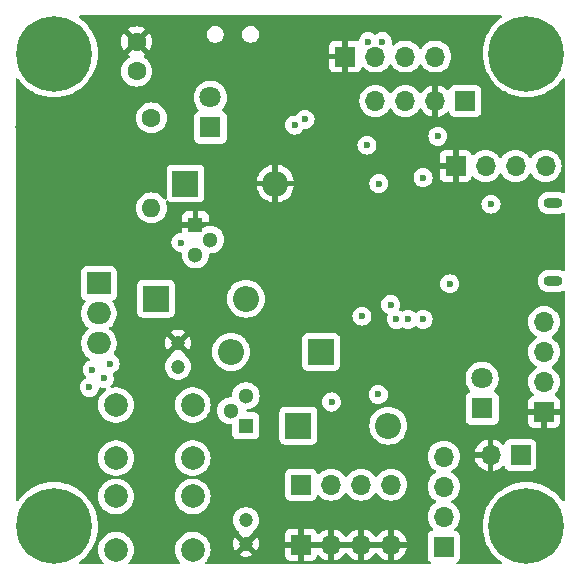
<source format=gbr>
%TF.GenerationSoftware,KiCad,Pcbnew,8.0.7*%
%TF.CreationDate,2025-07-22T02:57:33-04:00*%
%TF.ProjectId,Drone Motherboared,44726f6e-6520-44d6-9f74-686572626f61,rev?*%
%TF.SameCoordinates,Original*%
%TF.FileFunction,Copper,L3,Inr*%
%TF.FilePolarity,Positive*%
%FSLAX46Y46*%
G04 Gerber Fmt 4.6, Leading zero omitted, Abs format (unit mm)*
G04 Created by KiCad (PCBNEW 8.0.7) date 2025-07-22 02:57:33*
%MOMM*%
%LPD*%
G01*
G04 APERTURE LIST*
%TA.AperFunction,ComponentPad*%
%ADD10C,2.000000*%
%TD*%
%TA.AperFunction,ComponentPad*%
%ADD11O,2.000000X1.905000*%
%TD*%
%TA.AperFunction,ComponentPad*%
%ADD12R,2.000000X1.905000*%
%TD*%
%TA.AperFunction,ComponentPad*%
%ADD13C,1.300000*%
%TD*%
%TA.AperFunction,ComponentPad*%
%ADD14R,1.300000X1.300000*%
%TD*%
%TA.AperFunction,ComponentPad*%
%ADD15O,1.600000X1.600000*%
%TD*%
%TA.AperFunction,ComponentPad*%
%ADD16C,1.600000*%
%TD*%
%TA.AperFunction,ComponentPad*%
%ADD17O,1.600000X0.900000*%
%TD*%
%TA.AperFunction,ComponentPad*%
%ADD18O,1.700000X1.700000*%
%TD*%
%TA.AperFunction,ComponentPad*%
%ADD19R,1.700000X1.700000*%
%TD*%
%TA.AperFunction,ComponentPad*%
%ADD20C,6.400000*%
%TD*%
%TA.AperFunction,ComponentPad*%
%ADD21R,1.800000X1.800000*%
%TD*%
%TA.AperFunction,ComponentPad*%
%ADD22C,1.800000*%
%TD*%
%TA.AperFunction,ComponentPad*%
%ADD23O,2.200000X2.200000*%
%TD*%
%TA.AperFunction,ComponentPad*%
%ADD24R,2.200000X2.200000*%
%TD*%
%TA.AperFunction,ComponentPad*%
%ADD25C,1.200000*%
%TD*%
%TA.AperFunction,ViaPad*%
%ADD26C,0.600000*%
%TD*%
%TA.AperFunction,Conductor*%
%ADD27C,0.300000*%
%TD*%
G04 APERTURE END LIST*
D10*
%TO.N,/ON_BTN*%
%TO.C,SW2*%
X165250000Y-99250000D03*
X171750000Y-99250000D03*
%TO.N,-BATT*%
X165250000Y-103750000D03*
X171750000Y-103750000D03*
%TD*%
%TO.N,/PNP_B*%
%TO.C,SW1*%
X171750000Y-111500000D03*
X165250000Y-111500000D03*
%TO.N,-BATT*%
X171750000Y-107000000D03*
X165250000Y-107000000D03*
%TD*%
D11*
%TO.N,-BATT*%
%TO.C,Q3*%
X163805000Y-94040000D03*
%TO.N,/VIN*%
X163805000Y-91500000D03*
D12*
%TO.N,/PMOS_G*%
X163805000Y-88960000D03*
%TD*%
D13*
%TO.N,/PMOS_G*%
%TO.C,Q2*%
X171980000Y-86520000D03*
%TO.N,/NPN_B*%
X173250000Y-85250000D03*
D14*
%TO.N,GND*%
X171980000Y-83980000D03*
%TD*%
%TO.N,/BATT_CTRL*%
%TO.C,Q1*%
X176250000Y-101000000D03*
D13*
%TO.N,/PNP_B*%
X174980000Y-99730000D03*
%TO.N,/PNP_C*%
X176250000Y-98460000D03*
%TD*%
D15*
%TO.N,/BUCK_RAW_OUT*%
%TO.C,L1*%
X168250000Y-82560000D03*
D16*
%TO.N,+3.3V*%
X168250000Y-74940000D03*
%TD*%
D17*
%TO.N,unconnected-(J9-Shield-Pad6)_1*%
%TO.C,J9*%
X202250000Y-88750000D03*
%TO.N,unconnected-(J9-Shield-Pad6)_4*%
X202250000Y-82150000D03*
%TD*%
D18*
%TO.N,/SDA*%
%TO.C,J8*%
X187210000Y-73500000D03*
%TO.N,/SCL*%
X189750000Y-73500000D03*
%TO.N,GND*%
X192290000Y-73500000D03*
D19*
%TO.N,+3.3V*%
X194830000Y-73500000D03*
%TD*%
D18*
%TO.N,+3.3V*%
%TO.C,J3*%
X192290000Y-69750000D03*
%TO.N,/SCL*%
X189750000Y-69750000D03*
%TO.N,/SDA*%
X187210000Y-69750000D03*
D19*
%TO.N,GND*%
X184670000Y-69750000D03*
%TD*%
D18*
%TO.N,+3.3V*%
%TO.C,J2*%
X201620000Y-79000000D03*
%TO.N,/SWDIO*%
X199080000Y-79000000D03*
%TO.N,/SWCLK*%
X196540000Y-79000000D03*
D19*
%TO.N,GND*%
X194000000Y-79000000D03*
%TD*%
D18*
%TO.N,/SIG_4*%
%TO.C,J7*%
X193000000Y-103630000D03*
%TO.N,/SIG_3*%
X193000000Y-106170000D03*
%TO.N,/SIG_2*%
X193000000Y-108710000D03*
D19*
%TO.N,/SIG_1*%
X193000000Y-111250000D03*
%TD*%
%TO.N,GND*%
%TO.C,J1*%
X201500000Y-99830000D03*
D18*
%TO.N,/UART_RX*%
X201500000Y-97290000D03*
%TO.N,/UART_TX*%
X201500000Y-94750000D03*
%TO.N,+3.3V*%
X201500000Y-92210000D03*
%TD*%
%TO.N,GND*%
%TO.C,J6*%
X196960000Y-103500000D03*
D19*
%TO.N,+3.3V*%
X199500000Y-103500000D03*
%TD*%
D18*
%TO.N,GND*%
%TO.C,J5*%
X188540000Y-111080000D03*
X186000000Y-111080000D03*
X183460000Y-111080000D03*
D19*
X180920000Y-111080000D03*
%TD*%
%TO.N,/PWM_1*%
%TO.C,J4*%
X180920000Y-106000000D03*
D18*
%TO.N,/PWM_2*%
X183460000Y-106000000D03*
%TO.N,/PWM_3*%
X186000000Y-106000000D03*
%TO.N,/PWM_4*%
X188540000Y-106000000D03*
%TD*%
D20*
%TO.N,N/C*%
%TO.C,H4*%
X200000000Y-109500000D03*
%TD*%
%TO.N,N/C*%
%TO.C,H3*%
X200000000Y-69500000D03*
%TD*%
%TO.N,N/C*%
%TO.C,H2*%
X160000000Y-109500000D03*
%TD*%
%TO.N,N/C*%
%TO.C,H1*%
X160000000Y-69500000D03*
%TD*%
D21*
%TO.N,/STATUS_OUT*%
%TO.C,D6*%
X196250000Y-99540000D03*
D22*
%TO.N,/STATUS*%
X196250000Y-97000000D03*
%TD*%
D23*
%TO.N,VBUS*%
%TO.C,D5*%
X176250000Y-90250000D03*
D24*
%TO.N,/VIN*%
X168630000Y-90250000D03*
%TD*%
D22*
%TO.N,+3.3V*%
%TO.C,D4*%
X173250000Y-73210000D03*
D21*
%TO.N,/P_LED_OUT*%
X173250000Y-75750000D03*
%TD*%
D23*
%TO.N,GND*%
%TO.C,D3*%
X178750000Y-80500000D03*
D24*
%TO.N,/BUCK_RAW_OUT*%
X171130000Y-80500000D03*
%TD*%
D23*
%TO.N,/PNP_C*%
%TO.C,D2*%
X175000000Y-94750000D03*
D24*
%TO.N,/BATT_CNTRL_FORWARD*%
X182620000Y-94750000D03*
%TD*%
D23*
%TO.N,VBUS*%
%TO.C,D1*%
X188310000Y-101000000D03*
D24*
%TO.N,/PNP_B*%
X180690000Y-101000000D03*
%TD*%
D25*
%TO.N,GND*%
%TO.C,C3*%
X176250000Y-111000000D03*
%TO.N,VBUS*%
X176250000Y-109000000D03*
%TD*%
%TO.N,GND*%
%TO.C,C7*%
X170500000Y-94000000D03*
%TO.N,-BATT*%
X170500000Y-96000000D03*
%TD*%
D16*
%TO.N,GND*%
%TO.C,C2*%
X167000000Y-68500000D03*
%TO.N,+3.3V*%
X167000000Y-71000000D03*
%TD*%
D26*
%TO.N,GND*%
X184300000Y-77900000D03*
X186800000Y-108950000D03*
X166300000Y-87700000D03*
X170600000Y-76900000D03*
X165900000Y-77600000D03*
X171400000Y-73800000D03*
X185400000Y-72400000D03*
X191000000Y-71100000D03*
X179500000Y-98600000D03*
X179800000Y-71300000D03*
X157050000Y-81400000D03*
X177000000Y-74700000D03*
X177400000Y-83400000D03*
X174300000Y-91000000D03*
X167600000Y-92700000D03*
X168400000Y-100500000D03*
X202900000Y-90200000D03*
X201000000Y-90400000D03*
X197600000Y-90800000D03*
X183900000Y-97000000D03*
X187600000Y-103200000D03*
X185900000Y-98500000D03*
X182800000Y-103400000D03*
X182900000Y-92700000D03*
X179800000Y-93900000D03*
X179000000Y-92300000D03*
X178700000Y-102800000D03*
X201700000Y-103500000D03*
X202700000Y-106400000D03*
X168400000Y-112200000D03*
X200800000Y-80900000D03*
X202800000Y-76800000D03*
X202800000Y-74400000D03*
X202500000Y-72800000D03*
X200000000Y-73600000D03*
X197800000Y-73100000D03*
X195600000Y-69700000D03*
X196500000Y-66800000D03*
X193900000Y-66700000D03*
X190500000Y-66700000D03*
X187200000Y-66700000D03*
X184400000Y-67300000D03*
X181300000Y-66600000D03*
X177700000Y-66900000D03*
X172700000Y-66900000D03*
X175000000Y-66900000D03*
X170200000Y-66700000D03*
X163200000Y-66600000D03*
X164200000Y-69600000D03*
X162000000Y-73200000D03*
X157050000Y-72200000D03*
X157050000Y-75700000D03*
X157100000Y-86600000D03*
X157100000Y-88900000D03*
X157050000Y-91000000D03*
X157100000Y-93900000D03*
X157100000Y-99200000D03*
X168400000Y-110700000D03*
X163300000Y-112200000D03*
X195600000Y-112000000D03*
X190800000Y-112000000D03*
X178600000Y-112400000D03*
X173800000Y-112300000D03*
X167700000Y-97000000D03*
X172600000Y-101400000D03*
X193950001Y-86106986D03*
X200686463Y-86322230D03*
X161900000Y-82200000D03*
X197700000Y-76800000D03*
X189600000Y-86750000D03*
X174000000Y-80500000D03*
X171500000Y-89500000D03*
X178000000Y-105900000D03*
X184500000Y-101500000D03*
X191100000Y-99800000D03*
X198800000Y-95700000D03*
X197800000Y-85000000D03*
X197900000Y-86550000D03*
X196967334Y-86550000D03*
X186558390Y-96209863D03*
X176250000Y-69500000D03*
X161650000Y-76950000D03*
X160600000Y-76950000D03*
X159500000Y-76950000D03*
X161200000Y-104450002D03*
X159600000Y-105400000D03*
X157800000Y-105500000D03*
X158700000Y-104700000D03*
X178000000Y-91750000D03*
X185250000Y-89000000D03*
X194880025Y-107880025D03*
X193500000Y-95750000D03*
X194850000Y-94900000D03*
%TO.N,-BATT*%
X164250000Y-97000000D03*
X163000000Y-97750000D03*
X164750000Y-95750000D03*
X163250000Y-96250000D03*
%TO.N,/IMU_R*%
X181255289Y-75065531D03*
X191250000Y-80000000D03*
%TO.N,+3.3V*%
X197000000Y-82250000D03*
%TO.N,GND*%
X183500000Y-81000000D03*
%TO.N,/NPN_B*%
X170750000Y-85500000D03*
X183500000Y-99000000D03*
%TO.N,-BATT*%
X187460000Y-98359997D03*
%TO.N,+3.3V*%
X188500000Y-90750000D03*
%TO.N,GND*%
X186500000Y-83500000D03*
%TO.N,+3.3V*%
X192500000Y-76500000D03*
X186500000Y-77250000D03*
%TO.N,/BOOT0*%
X180369975Y-75550000D03*
X187500000Y-80500000D03*
%TO.N,/BATT_CTRL*%
X193500000Y-89000000D03*
%TO.N,GND*%
X198250000Y-84000000D03*
X200675000Y-84250000D03*
X180000000Y-74000000D03*
X178750000Y-86750000D03*
X181250000Y-82000000D03*
%TO.N,/SIG_4*%
X191250000Y-92000000D03*
%TO.N,/SIG_3*%
X190000000Y-92000000D03*
%TO.N,/SIG_2*%
X189000003Y-92000000D03*
%TO.N,/SIG_1*%
X186074265Y-91725735D03*
%TO.N,GND*%
X189500000Y-97500000D03*
%TO.N,/SCL*%
X186610000Y-68498144D03*
X187810000Y-68500000D03*
%TO.N,GND*%
X194000000Y-84500000D03*
%TD*%
D27*
%TO.N,GND*%
X157000000Y-72200000D02*
X157050000Y-72200000D01*
X156900000Y-75700000D02*
X157050000Y-75700000D01*
X157000000Y-91000000D02*
X157050000Y-91000000D01*
X193956987Y-86100000D02*
X193950001Y-86106986D01*
X194000000Y-86100000D02*
X193956987Y-86100000D01*
X200686463Y-86322230D02*
X200664233Y-86300000D01*
X200600000Y-86300000D02*
X200664233Y-86300000D01*
X189550000Y-86700000D02*
X189600000Y-86750000D01*
X189500000Y-86700000D02*
X189550000Y-86700000D01*
%TD*%
%TA.AperFunction,Conductor*%
%TO.N,GND*%
G36*
X182994075Y-110887007D02*
G01*
X182960000Y-111014174D01*
X182960000Y-111145826D01*
X182994075Y-111272993D01*
X183026988Y-111330000D01*
X181353012Y-111330000D01*
X181385925Y-111272993D01*
X181420000Y-111145826D01*
X181420000Y-111014174D01*
X181385925Y-110887007D01*
X181353012Y-110830000D01*
X183026988Y-110830000D01*
X182994075Y-110887007D01*
G37*
%TD.AperFunction*%
%TA.AperFunction,Conductor*%
G36*
X185534075Y-110887007D02*
G01*
X185500000Y-111014174D01*
X185500000Y-111145826D01*
X185534075Y-111272993D01*
X185566988Y-111330000D01*
X183893012Y-111330000D01*
X183925925Y-111272993D01*
X183960000Y-111145826D01*
X183960000Y-111014174D01*
X183925925Y-110887007D01*
X183893012Y-110830000D01*
X185566988Y-110830000D01*
X185534075Y-110887007D01*
G37*
%TD.AperFunction*%
%TA.AperFunction,Conductor*%
G36*
X188074075Y-110887007D02*
G01*
X188040000Y-111014174D01*
X188040000Y-111145826D01*
X188074075Y-111272993D01*
X188106988Y-111330000D01*
X186433012Y-111330000D01*
X186465925Y-111272993D01*
X186500000Y-111145826D01*
X186500000Y-111014174D01*
X186465925Y-110887007D01*
X186433012Y-110830000D01*
X188106988Y-110830000D01*
X188074075Y-110887007D01*
G37*
%TD.AperFunction*%
%TA.AperFunction,Conductor*%
G36*
X197857805Y-66270185D02*
G01*
X197903560Y-66322989D01*
X197913504Y-66392147D01*
X197884479Y-66455703D01*
X197858301Y-66478495D01*
X197821917Y-66502122D01*
X197520488Y-66746215D01*
X197520480Y-66746222D01*
X197246222Y-67020480D01*
X197246215Y-67020488D01*
X197002122Y-67321917D01*
X196790877Y-67647206D01*
X196614787Y-67992802D01*
X196475788Y-68354905D01*
X196375397Y-68729570D01*
X196375397Y-68729572D01*
X196314722Y-69112660D01*
X196294422Y-69499999D01*
X196294422Y-69500000D01*
X196314722Y-69887339D01*
X196366407Y-70213664D01*
X196375398Y-70270433D01*
X196451246Y-70553504D01*
X196475788Y-70645094D01*
X196614787Y-71007197D01*
X196790877Y-71352793D01*
X197002122Y-71678082D01*
X197132544Y-71839139D01*
X197246219Y-71979516D01*
X197520484Y-72253781D01*
X197584312Y-72305468D01*
X197821917Y-72497877D01*
X198023706Y-72628920D01*
X198147211Y-72709125D01*
X198492806Y-72885214D01*
X198854913Y-73024214D01*
X199229567Y-73124602D01*
X199612662Y-73185278D01*
X199978576Y-73204455D01*
X199999999Y-73205578D01*
X200000000Y-73205578D01*
X200000001Y-73205578D01*
X200020301Y-73204514D01*
X200387338Y-73185278D01*
X200770433Y-73124602D01*
X201145087Y-73024214D01*
X201507194Y-72885214D01*
X201852789Y-72709125D01*
X202178084Y-72497876D01*
X202479516Y-72253781D01*
X202753781Y-71979516D01*
X202997876Y-71678084D01*
X203009482Y-71660211D01*
X203021505Y-71641699D01*
X203074526Y-71596196D01*
X203143731Y-71586582D01*
X203207148Y-71615909D01*
X203244642Y-71674866D01*
X203249500Y-71709234D01*
X203249500Y-81208836D01*
X203229815Y-81275875D01*
X203177011Y-81321630D01*
X203107853Y-81331574D01*
X203056615Y-81311942D01*
X203050240Y-81307683D01*
X203050228Y-81307676D01*
X202877251Y-81236027D01*
X202877243Y-81236025D01*
X202693620Y-81199500D01*
X202693616Y-81199500D01*
X201806384Y-81199500D01*
X201806379Y-81199500D01*
X201622756Y-81236025D01*
X201622748Y-81236027D01*
X201449771Y-81307676D01*
X201449762Y-81307681D01*
X201294092Y-81411697D01*
X201294088Y-81411700D01*
X201161700Y-81544088D01*
X201161697Y-81544092D01*
X201057681Y-81699762D01*
X201057676Y-81699771D01*
X200986027Y-81872748D01*
X200986025Y-81872756D01*
X200949500Y-82056379D01*
X200949500Y-82243620D01*
X200986025Y-82427243D01*
X200986027Y-82427251D01*
X201057676Y-82600228D01*
X201057681Y-82600237D01*
X201161697Y-82755907D01*
X201161700Y-82755911D01*
X201294088Y-82888299D01*
X201294092Y-82888302D01*
X201449762Y-82992318D01*
X201449768Y-82992321D01*
X201449769Y-82992322D01*
X201622749Y-83063973D01*
X201806379Y-83100499D01*
X201806383Y-83100500D01*
X201806384Y-83100500D01*
X202693617Y-83100500D01*
X202693618Y-83100499D01*
X202877251Y-83063973D01*
X203050231Y-82992322D01*
X203050237Y-82992318D01*
X203056609Y-82988061D01*
X203123286Y-82967183D01*
X203190667Y-82985667D01*
X203237357Y-83037646D01*
X203249500Y-83091163D01*
X203249500Y-87808836D01*
X203229815Y-87875875D01*
X203177011Y-87921630D01*
X203107853Y-87931574D01*
X203056615Y-87911942D01*
X203050240Y-87907683D01*
X203050228Y-87907676D01*
X202877251Y-87836027D01*
X202877243Y-87836025D01*
X202693620Y-87799500D01*
X202693616Y-87799500D01*
X201806384Y-87799500D01*
X201806379Y-87799500D01*
X201622756Y-87836025D01*
X201622748Y-87836027D01*
X201449771Y-87907676D01*
X201449762Y-87907681D01*
X201294092Y-88011697D01*
X201294088Y-88011700D01*
X201161700Y-88144088D01*
X201161697Y-88144092D01*
X201057681Y-88299762D01*
X201057676Y-88299771D01*
X200986027Y-88472748D01*
X200986025Y-88472756D01*
X200949501Y-88656374D01*
X200949500Y-88656383D01*
X200949500Y-88843620D01*
X200986025Y-89027243D01*
X200986027Y-89027251D01*
X201057676Y-89200228D01*
X201057681Y-89200237D01*
X201161697Y-89355907D01*
X201161700Y-89355911D01*
X201294088Y-89488299D01*
X201294092Y-89488302D01*
X201449762Y-89592318D01*
X201449768Y-89592321D01*
X201449769Y-89592322D01*
X201622749Y-89663973D01*
X201806379Y-89700499D01*
X201806383Y-89700500D01*
X201806384Y-89700500D01*
X202693617Y-89700500D01*
X202693618Y-89700499D01*
X202877251Y-89663973D01*
X203050231Y-89592322D01*
X203050237Y-89592318D01*
X203056609Y-89588061D01*
X203123286Y-89567183D01*
X203190667Y-89585667D01*
X203237357Y-89637646D01*
X203249500Y-89691163D01*
X203249500Y-107290765D01*
X203229815Y-107357804D01*
X203177011Y-107403559D01*
X203107853Y-107413503D01*
X203044297Y-107384478D01*
X203021506Y-107358301D01*
X202997879Y-107321919D01*
X202753784Y-107020488D01*
X202753781Y-107020484D01*
X202479516Y-106746219D01*
X202351084Y-106642217D01*
X202178082Y-106502122D01*
X201852793Y-106290877D01*
X201507197Y-106114787D01*
X201145094Y-105975788D01*
X200991363Y-105934596D01*
X200770433Y-105875398D01*
X200770429Y-105875397D01*
X200770428Y-105875397D01*
X200387339Y-105814722D01*
X200000001Y-105794422D01*
X199999999Y-105794422D01*
X199612660Y-105814722D01*
X199229572Y-105875397D01*
X199229570Y-105875397D01*
X198854905Y-105975788D01*
X198492802Y-106114787D01*
X198147206Y-106290877D01*
X197821917Y-106502122D01*
X197520488Y-106746215D01*
X197520480Y-106746222D01*
X197246222Y-107020480D01*
X197246215Y-107020488D01*
X197002122Y-107321917D01*
X196790877Y-107647206D01*
X196614787Y-107992802D01*
X196475788Y-108354905D01*
X196375397Y-108729570D01*
X196375397Y-108729572D01*
X196314722Y-109112660D01*
X196294422Y-109499999D01*
X196294422Y-109500000D01*
X196314722Y-109887339D01*
X196370503Y-110239526D01*
X196375398Y-110270433D01*
X196457064Y-110575217D01*
X196475788Y-110645094D01*
X196614787Y-111007197D01*
X196790877Y-111352793D01*
X197002122Y-111678082D01*
X197058596Y-111747821D01*
X197246219Y-111979516D01*
X197520484Y-112253781D01*
X197520488Y-112253784D01*
X197821917Y-112497877D01*
X197858301Y-112521505D01*
X197903804Y-112574526D01*
X197913418Y-112643731D01*
X197884091Y-112707148D01*
X197825134Y-112744642D01*
X197790766Y-112749500D01*
X194190103Y-112749500D01*
X194123064Y-112729815D01*
X194077309Y-112677011D01*
X194067365Y-112607853D01*
X194096390Y-112544297D01*
X194115792Y-112526234D01*
X194175240Y-112481730D01*
X194207546Y-112457546D01*
X194293796Y-112342331D01*
X194344091Y-112207483D01*
X194350500Y-112147873D01*
X194350499Y-110352128D01*
X194344091Y-110292517D01*
X194335854Y-110270433D01*
X194293797Y-110157671D01*
X194293793Y-110157664D01*
X194207547Y-110042455D01*
X194207544Y-110042452D01*
X194092335Y-109956206D01*
X194092328Y-109956202D01*
X193960917Y-109907189D01*
X193904983Y-109865318D01*
X193880566Y-109799853D01*
X193895418Y-109731580D01*
X193916563Y-109703332D01*
X194038495Y-109581401D01*
X194174035Y-109387830D01*
X194273903Y-109173663D01*
X194335063Y-108945408D01*
X194355659Y-108710000D01*
X194335063Y-108474592D01*
X194273903Y-108246337D01*
X194174035Y-108032171D01*
X194158970Y-108010655D01*
X194038494Y-107838597D01*
X193871402Y-107671506D01*
X193871396Y-107671501D01*
X193685842Y-107541575D01*
X193642217Y-107486998D01*
X193635023Y-107417500D01*
X193666546Y-107355145D01*
X193685842Y-107338425D01*
X193749577Y-107293797D01*
X193871401Y-107208495D01*
X194038495Y-107041401D01*
X194174035Y-106847830D01*
X194273903Y-106633663D01*
X194335063Y-106405408D01*
X194355659Y-106170000D01*
X194335063Y-105934592D01*
X194273903Y-105706337D01*
X194174035Y-105492171D01*
X194084974Y-105364977D01*
X194038494Y-105298597D01*
X193871402Y-105131506D01*
X193871396Y-105131501D01*
X193685842Y-105001575D01*
X193642217Y-104946998D01*
X193635023Y-104877500D01*
X193666546Y-104815145D01*
X193685842Y-104798425D01*
X193817547Y-104706204D01*
X193871401Y-104668495D01*
X194038495Y-104501401D01*
X194174035Y-104307830D01*
X194273903Y-104093663D01*
X194335063Y-103865408D01*
X194355659Y-103630000D01*
X194335063Y-103394592D01*
X194296320Y-103249999D01*
X195629364Y-103249999D01*
X195629364Y-103250000D01*
X196526988Y-103250000D01*
X196494075Y-103307007D01*
X196460000Y-103434174D01*
X196460000Y-103565826D01*
X196494075Y-103692993D01*
X196526988Y-103750000D01*
X195629364Y-103750000D01*
X195686567Y-103963486D01*
X195686570Y-103963492D01*
X195786399Y-104177578D01*
X195921894Y-104371082D01*
X196088917Y-104538105D01*
X196282421Y-104673600D01*
X196496507Y-104773429D01*
X196496516Y-104773433D01*
X196710000Y-104830634D01*
X196710000Y-103933012D01*
X196767007Y-103965925D01*
X196894174Y-104000000D01*
X197025826Y-104000000D01*
X197152993Y-103965925D01*
X197210000Y-103933012D01*
X197210000Y-104830633D01*
X197423483Y-104773433D01*
X197423492Y-104773429D01*
X197637578Y-104673600D01*
X197831078Y-104538108D01*
X197953133Y-104416053D01*
X198014456Y-104382568D01*
X198084148Y-104387552D01*
X198140082Y-104429423D01*
X198156997Y-104460401D01*
X198206202Y-104592328D01*
X198206206Y-104592335D01*
X198292452Y-104707544D01*
X198292455Y-104707547D01*
X198407664Y-104793793D01*
X198407671Y-104793797D01*
X198542517Y-104844091D01*
X198542516Y-104844091D01*
X198549444Y-104844835D01*
X198602127Y-104850500D01*
X200397872Y-104850499D01*
X200457483Y-104844091D01*
X200592331Y-104793796D01*
X200707546Y-104707546D01*
X200793796Y-104592331D01*
X200844091Y-104457483D01*
X200850500Y-104397873D01*
X200850499Y-102602128D01*
X200844229Y-102543797D01*
X200844091Y-102542516D01*
X200793797Y-102407671D01*
X200793793Y-102407664D01*
X200707547Y-102292455D01*
X200707544Y-102292452D01*
X200592335Y-102206206D01*
X200592328Y-102206202D01*
X200457482Y-102155908D01*
X200457483Y-102155908D01*
X200397883Y-102149501D01*
X200397881Y-102149500D01*
X200397873Y-102149500D01*
X200397864Y-102149500D01*
X198602129Y-102149500D01*
X198602123Y-102149501D01*
X198542516Y-102155908D01*
X198407671Y-102206202D01*
X198407664Y-102206206D01*
X198292455Y-102292452D01*
X198292452Y-102292455D01*
X198206206Y-102407664D01*
X198206202Y-102407671D01*
X198156997Y-102539598D01*
X198115126Y-102595532D01*
X198049661Y-102619949D01*
X197981388Y-102605097D01*
X197953134Y-102583946D01*
X197831082Y-102461894D01*
X197637578Y-102326399D01*
X197423492Y-102226570D01*
X197423486Y-102226567D01*
X197210000Y-102169364D01*
X197210000Y-103066988D01*
X197152993Y-103034075D01*
X197025826Y-103000000D01*
X196894174Y-103000000D01*
X196767007Y-103034075D01*
X196710000Y-103066988D01*
X196710000Y-102169364D01*
X196709999Y-102169364D01*
X196496513Y-102226567D01*
X196496507Y-102226570D01*
X196282422Y-102326399D01*
X196282420Y-102326400D01*
X196088926Y-102461886D01*
X196088920Y-102461891D01*
X195921891Y-102628920D01*
X195921886Y-102628926D01*
X195786400Y-102822420D01*
X195786399Y-102822422D01*
X195686570Y-103036507D01*
X195686567Y-103036513D01*
X195629364Y-103249999D01*
X194296320Y-103249999D01*
X194273903Y-103166337D01*
X194174035Y-102952171D01*
X194085142Y-102825217D01*
X194038494Y-102758597D01*
X193871402Y-102591506D01*
X193871395Y-102591501D01*
X193860605Y-102583946D01*
X193779097Y-102526873D01*
X193677834Y-102455967D01*
X193677830Y-102455965D01*
X193574248Y-102407664D01*
X193463663Y-102356097D01*
X193463659Y-102356096D01*
X193463655Y-102356094D01*
X193235413Y-102294938D01*
X193235403Y-102294936D01*
X193000001Y-102274341D01*
X192999999Y-102274341D01*
X192764596Y-102294936D01*
X192764586Y-102294938D01*
X192536344Y-102356094D01*
X192536335Y-102356098D01*
X192322171Y-102455964D01*
X192322169Y-102455965D01*
X192128597Y-102591505D01*
X191961505Y-102758597D01*
X191825965Y-102952169D01*
X191825964Y-102952171D01*
X191726098Y-103166335D01*
X191726094Y-103166344D01*
X191664938Y-103394586D01*
X191664936Y-103394596D01*
X191644341Y-103629999D01*
X191644341Y-103630000D01*
X191664936Y-103865403D01*
X191664938Y-103865413D01*
X191726094Y-104093655D01*
X191726096Y-104093659D01*
X191726097Y-104093663D01*
X191825965Y-104307830D01*
X191825967Y-104307834D01*
X191961501Y-104501395D01*
X191961506Y-104501402D01*
X192128597Y-104668493D01*
X192128603Y-104668498D01*
X192314158Y-104798425D01*
X192357783Y-104853002D01*
X192364977Y-104922500D01*
X192333454Y-104984855D01*
X192314158Y-105001575D01*
X192128597Y-105131505D01*
X191961505Y-105298597D01*
X191825965Y-105492169D01*
X191825964Y-105492171D01*
X191726098Y-105706335D01*
X191726094Y-105706344D01*
X191664938Y-105934586D01*
X191664936Y-105934596D01*
X191644341Y-106169999D01*
X191644341Y-106170000D01*
X191664936Y-106405403D01*
X191664938Y-106405413D01*
X191726094Y-106633655D01*
X191726096Y-106633659D01*
X191726097Y-106633663D01*
X191781360Y-106752175D01*
X191825965Y-106847830D01*
X191825967Y-106847834D01*
X191961501Y-107041395D01*
X191961506Y-107041402D01*
X192128597Y-107208493D01*
X192128603Y-107208498D01*
X192314158Y-107338425D01*
X192357783Y-107393002D01*
X192364977Y-107462500D01*
X192333454Y-107524855D01*
X192314158Y-107541575D01*
X192128597Y-107671505D01*
X191961505Y-107838597D01*
X191825965Y-108032169D01*
X191825964Y-108032171D01*
X191726098Y-108246335D01*
X191726094Y-108246344D01*
X191664938Y-108474586D01*
X191664936Y-108474596D01*
X191644341Y-108709999D01*
X191644341Y-108710000D01*
X191664936Y-108945403D01*
X191664938Y-108945413D01*
X191726094Y-109173655D01*
X191726096Y-109173659D01*
X191726097Y-109173663D01*
X191739816Y-109203083D01*
X191825965Y-109387830D01*
X191825967Y-109387834D01*
X191904507Y-109500000D01*
X191961501Y-109581396D01*
X191961506Y-109581402D01*
X192083430Y-109703326D01*
X192116915Y-109764649D01*
X192111931Y-109834341D01*
X192070059Y-109890274D01*
X192039083Y-109907189D01*
X191907669Y-109956203D01*
X191907664Y-109956206D01*
X191792455Y-110042452D01*
X191792452Y-110042455D01*
X191706206Y-110157664D01*
X191706202Y-110157671D01*
X191655908Y-110292517D01*
X191649501Y-110352116D01*
X191649501Y-110352123D01*
X191649500Y-110352135D01*
X191649500Y-112147870D01*
X191649501Y-112147876D01*
X191655908Y-112207483D01*
X191706202Y-112342328D01*
X191706206Y-112342335D01*
X191792452Y-112457544D01*
X191792455Y-112457547D01*
X191884208Y-112526234D01*
X191926079Y-112582168D01*
X191931063Y-112651859D01*
X191897577Y-112713182D01*
X191836254Y-112746666D01*
X191809897Y-112749500D01*
X172921934Y-112749500D01*
X172854895Y-112729815D01*
X172809140Y-112677011D01*
X172799196Y-112607853D01*
X172828221Y-112544297D01*
X172830681Y-112541542D01*
X172938164Y-112424785D01*
X173074173Y-112216607D01*
X173174063Y-111988881D01*
X173187900Y-111934240D01*
X175669311Y-111934240D01*
X175757585Y-111988897D01*
X175947678Y-112062539D01*
X176148072Y-112100000D01*
X176351928Y-112100000D01*
X176552322Y-112062539D01*
X176742412Y-111988899D01*
X176742416Y-111988897D01*
X176830686Y-111934241D01*
X176830686Y-111934240D01*
X176250001Y-111353553D01*
X176250000Y-111353553D01*
X175669311Y-111934240D01*
X173187900Y-111934240D01*
X173235108Y-111747821D01*
X173248690Y-111583911D01*
X173255643Y-111500005D01*
X173255643Y-111499994D01*
X173235109Y-111252187D01*
X173235107Y-111252175D01*
X173174063Y-111011118D01*
X173169186Y-110999999D01*
X175145287Y-110999999D01*
X175145287Y-111000000D01*
X175164096Y-111202989D01*
X175164097Y-111202992D01*
X175219883Y-111399063D01*
X175219886Y-111399069D01*
X175310751Y-111581551D01*
X175312533Y-111583911D01*
X175896446Y-111000000D01*
X175896446Y-110999999D01*
X175856951Y-110960504D01*
X175950000Y-110960504D01*
X175950000Y-111039496D01*
X175970444Y-111115796D01*
X176009940Y-111184205D01*
X176065795Y-111240060D01*
X176134204Y-111279556D01*
X176210504Y-111300000D01*
X176289496Y-111300000D01*
X176365796Y-111279556D01*
X176434205Y-111240060D01*
X176490060Y-111184205D01*
X176529556Y-111115796D01*
X176550000Y-111039496D01*
X176550000Y-111000000D01*
X176603553Y-111000000D01*
X177187465Y-111583912D01*
X177189247Y-111581553D01*
X177189248Y-111581551D01*
X177280113Y-111399069D01*
X177280116Y-111399063D01*
X177335902Y-111202992D01*
X177335903Y-111202989D01*
X177354713Y-111000000D01*
X177354713Y-110999999D01*
X177335903Y-110797010D01*
X177335902Y-110797007D01*
X177280116Y-110600936D01*
X177280113Y-110600930D01*
X177189249Y-110418449D01*
X177189247Y-110418447D01*
X177187465Y-110416087D01*
X176603553Y-111000000D01*
X176550000Y-111000000D01*
X176550000Y-110960504D01*
X176529556Y-110884204D01*
X176490060Y-110815795D01*
X176434205Y-110759940D01*
X176365796Y-110720444D01*
X176289496Y-110700000D01*
X176210504Y-110700000D01*
X176134204Y-110720444D01*
X176065795Y-110759940D01*
X176009940Y-110815795D01*
X175970444Y-110884204D01*
X175950000Y-110960504D01*
X175856951Y-110960504D01*
X175312533Y-110416087D01*
X175310755Y-110418442D01*
X175310754Y-110418443D01*
X175219886Y-110600930D01*
X175219883Y-110600936D01*
X175164097Y-110797007D01*
X175164096Y-110797010D01*
X175145287Y-110999999D01*
X173169186Y-110999999D01*
X173074173Y-110783393D01*
X172938166Y-110575217D01*
X172916557Y-110551744D01*
X172769744Y-110392262D01*
X172573509Y-110239526D01*
X172573507Y-110239525D01*
X172573506Y-110239524D01*
X172354811Y-110121172D01*
X172354802Y-110121169D01*
X172119616Y-110040429D01*
X171874335Y-109999500D01*
X171625665Y-109999500D01*
X171380383Y-110040429D01*
X171145197Y-110121169D01*
X171145188Y-110121172D01*
X170926493Y-110239524D01*
X170730257Y-110392261D01*
X170561833Y-110575217D01*
X170425826Y-110783393D01*
X170325936Y-111011118D01*
X170264892Y-111252175D01*
X170264890Y-111252187D01*
X170244357Y-111499994D01*
X170244357Y-111500005D01*
X170264890Y-111747812D01*
X170264892Y-111747824D01*
X170325936Y-111988881D01*
X170425826Y-112216606D01*
X170561833Y-112424782D01*
X170561836Y-112424785D01*
X170669296Y-112541518D01*
X170700218Y-112604171D01*
X170692358Y-112673598D01*
X170648211Y-112727753D01*
X170581793Y-112749444D01*
X170578066Y-112749500D01*
X166421934Y-112749500D01*
X166354895Y-112729815D01*
X166309140Y-112677011D01*
X166299196Y-112607853D01*
X166328221Y-112544297D01*
X166330681Y-112541542D01*
X166438164Y-112424785D01*
X166574173Y-112216607D01*
X166674063Y-111988881D01*
X166735108Y-111747821D01*
X166748690Y-111583911D01*
X166755643Y-111500005D01*
X166755643Y-111499994D01*
X166735109Y-111252187D01*
X166735107Y-111252175D01*
X166674063Y-111011118D01*
X166574173Y-110783393D01*
X166438166Y-110575217D01*
X166416557Y-110551744D01*
X166269744Y-110392262D01*
X166073509Y-110239526D01*
X166073507Y-110239525D01*
X166073506Y-110239524D01*
X165854811Y-110121172D01*
X165854802Y-110121169D01*
X165619616Y-110040429D01*
X165374335Y-109999500D01*
X165125665Y-109999500D01*
X164880383Y-110040429D01*
X164645197Y-110121169D01*
X164645188Y-110121172D01*
X164426493Y-110239524D01*
X164230257Y-110392261D01*
X164061833Y-110575217D01*
X163925826Y-110783393D01*
X163825936Y-111011118D01*
X163764892Y-111252175D01*
X163764890Y-111252187D01*
X163744357Y-111499994D01*
X163744357Y-111500005D01*
X163764890Y-111747812D01*
X163764892Y-111747824D01*
X163825936Y-111988881D01*
X163925826Y-112216606D01*
X164061833Y-112424782D01*
X164061836Y-112424785D01*
X164169296Y-112541518D01*
X164200218Y-112604171D01*
X164192358Y-112673598D01*
X164148211Y-112727753D01*
X164081793Y-112749444D01*
X164078066Y-112749500D01*
X162209234Y-112749500D01*
X162142195Y-112729815D01*
X162096440Y-112677011D01*
X162086496Y-112607853D01*
X162115521Y-112544297D01*
X162141699Y-112521505D01*
X162178082Y-112497877D01*
X162178084Y-112497876D01*
X162479516Y-112253781D01*
X162753781Y-111979516D01*
X162997876Y-111678084D01*
X163209125Y-111352789D01*
X163385214Y-111007194D01*
X163524214Y-110645087D01*
X163624602Y-110270433D01*
X163685278Y-109887338D01*
X163705578Y-109500000D01*
X163685278Y-109112662D01*
X163667434Y-108999999D01*
X175144785Y-108999999D01*
X175144785Y-109000000D01*
X175163602Y-109203082D01*
X175219417Y-109399247D01*
X175219422Y-109399260D01*
X175310327Y-109581821D01*
X175433237Y-109744581D01*
X175531700Y-109834341D01*
X175583959Y-109881981D01*
X175597353Y-109890274D01*
X175616509Y-109902135D01*
X175663144Y-109954163D01*
X175674405Y-110021851D01*
X175669311Y-110065758D01*
X176250000Y-110646446D01*
X176250001Y-110646446D01*
X176714290Y-110182155D01*
X179570000Y-110182155D01*
X179570000Y-110830000D01*
X180486988Y-110830000D01*
X180454075Y-110887007D01*
X180420000Y-111014174D01*
X180420000Y-111145826D01*
X180454075Y-111272993D01*
X180486988Y-111330000D01*
X179570000Y-111330000D01*
X179570000Y-111977844D01*
X179576401Y-112037372D01*
X179576403Y-112037379D01*
X179626645Y-112172086D01*
X179626649Y-112172093D01*
X179712809Y-112287187D01*
X179712812Y-112287190D01*
X179827906Y-112373350D01*
X179827913Y-112373354D01*
X179962620Y-112423596D01*
X179962627Y-112423598D01*
X180022155Y-112429999D01*
X180022172Y-112430000D01*
X180670000Y-112430000D01*
X180670000Y-111513012D01*
X180727007Y-111545925D01*
X180854174Y-111580000D01*
X180985826Y-111580000D01*
X181112993Y-111545925D01*
X181170000Y-111513012D01*
X181170000Y-112430000D01*
X181817828Y-112430000D01*
X181817844Y-112429999D01*
X181877372Y-112423598D01*
X181877379Y-112423596D01*
X182012086Y-112373354D01*
X182012093Y-112373350D01*
X182127187Y-112287190D01*
X182127190Y-112287187D01*
X182213350Y-112172093D01*
X182213354Y-112172086D01*
X182262614Y-112040013D01*
X182304485Y-111984079D01*
X182369949Y-111959662D01*
X182438222Y-111974513D01*
X182466477Y-111995665D01*
X182588917Y-112118105D01*
X182782421Y-112253600D01*
X182996507Y-112353429D01*
X182996516Y-112353433D01*
X183210000Y-112410634D01*
X183210000Y-111513012D01*
X183267007Y-111545925D01*
X183394174Y-111580000D01*
X183525826Y-111580000D01*
X183652993Y-111545925D01*
X183710000Y-111513012D01*
X183710000Y-112410633D01*
X183923483Y-112353433D01*
X183923492Y-112353429D01*
X184137578Y-112253600D01*
X184331082Y-112118105D01*
X184498105Y-111951082D01*
X184628425Y-111764968D01*
X184683002Y-111721344D01*
X184752501Y-111714151D01*
X184814855Y-111745673D01*
X184831575Y-111764968D01*
X184961894Y-111951082D01*
X185128917Y-112118105D01*
X185322421Y-112253600D01*
X185536507Y-112353429D01*
X185536516Y-112353433D01*
X185750000Y-112410634D01*
X185750000Y-111513012D01*
X185807007Y-111545925D01*
X185934174Y-111580000D01*
X186065826Y-111580000D01*
X186192993Y-111545925D01*
X186250000Y-111513012D01*
X186250000Y-112410633D01*
X186463483Y-112353433D01*
X186463492Y-112353429D01*
X186677578Y-112253600D01*
X186871082Y-112118105D01*
X187038105Y-111951082D01*
X187168425Y-111764968D01*
X187223002Y-111721344D01*
X187292501Y-111714151D01*
X187354855Y-111745673D01*
X187371575Y-111764968D01*
X187501894Y-111951082D01*
X187668917Y-112118105D01*
X187862421Y-112253600D01*
X188076507Y-112353429D01*
X188076516Y-112353433D01*
X188290000Y-112410634D01*
X188290000Y-111513012D01*
X188347007Y-111545925D01*
X188474174Y-111580000D01*
X188605826Y-111580000D01*
X188732993Y-111545925D01*
X188790000Y-111513012D01*
X188790000Y-112410633D01*
X189003483Y-112353433D01*
X189003492Y-112353429D01*
X189217578Y-112253600D01*
X189411082Y-112118105D01*
X189578105Y-111951082D01*
X189713600Y-111757578D01*
X189813429Y-111543492D01*
X189813432Y-111543486D01*
X189870636Y-111330000D01*
X188973012Y-111330000D01*
X189005925Y-111272993D01*
X189040000Y-111145826D01*
X189040000Y-111014174D01*
X189005925Y-110887007D01*
X188973012Y-110830000D01*
X189870636Y-110830000D01*
X189870635Y-110829999D01*
X189813432Y-110616513D01*
X189813429Y-110616507D01*
X189713600Y-110402422D01*
X189713599Y-110402420D01*
X189578113Y-110208926D01*
X189578108Y-110208920D01*
X189411082Y-110041894D01*
X189217578Y-109906399D01*
X189003492Y-109806570D01*
X189003486Y-109806567D01*
X188790000Y-109749364D01*
X188790000Y-110646988D01*
X188732993Y-110614075D01*
X188605826Y-110580000D01*
X188474174Y-110580000D01*
X188347007Y-110614075D01*
X188290000Y-110646988D01*
X188290000Y-109749364D01*
X188289999Y-109749364D01*
X188076513Y-109806567D01*
X188076507Y-109806570D01*
X187862422Y-109906399D01*
X187862420Y-109906400D01*
X187668926Y-110041886D01*
X187668920Y-110041891D01*
X187501891Y-110208920D01*
X187501890Y-110208922D01*
X187371575Y-110395031D01*
X187316998Y-110438655D01*
X187247499Y-110445848D01*
X187185145Y-110414326D01*
X187168425Y-110395031D01*
X187038109Y-110208922D01*
X187038108Y-110208920D01*
X186871082Y-110041894D01*
X186677578Y-109906399D01*
X186463492Y-109806570D01*
X186463486Y-109806567D01*
X186250000Y-109749364D01*
X186250000Y-110646988D01*
X186192993Y-110614075D01*
X186065826Y-110580000D01*
X185934174Y-110580000D01*
X185807007Y-110614075D01*
X185750000Y-110646988D01*
X185750000Y-109749364D01*
X185749999Y-109749364D01*
X185536513Y-109806567D01*
X185536507Y-109806570D01*
X185322422Y-109906399D01*
X185322420Y-109906400D01*
X185128926Y-110041886D01*
X185128920Y-110041891D01*
X184961891Y-110208920D01*
X184961890Y-110208922D01*
X184831575Y-110395031D01*
X184776998Y-110438655D01*
X184707499Y-110445848D01*
X184645145Y-110414326D01*
X184628425Y-110395031D01*
X184498109Y-110208922D01*
X184498108Y-110208920D01*
X184331082Y-110041894D01*
X184137578Y-109906399D01*
X183923492Y-109806570D01*
X183923486Y-109806567D01*
X183710000Y-109749364D01*
X183710000Y-110646988D01*
X183652993Y-110614075D01*
X183525826Y-110580000D01*
X183394174Y-110580000D01*
X183267007Y-110614075D01*
X183210000Y-110646988D01*
X183210000Y-109749364D01*
X183209999Y-109749364D01*
X182996513Y-109806567D01*
X182996507Y-109806570D01*
X182782422Y-109906399D01*
X182782420Y-109906400D01*
X182588926Y-110041886D01*
X182466477Y-110164335D01*
X182405154Y-110197819D01*
X182335462Y-110192835D01*
X182279529Y-110150963D01*
X182262614Y-110119986D01*
X182213354Y-109987913D01*
X182213350Y-109987906D01*
X182127190Y-109872812D01*
X182127187Y-109872809D01*
X182012093Y-109786649D01*
X182012086Y-109786645D01*
X181877379Y-109736403D01*
X181877372Y-109736401D01*
X181817844Y-109730000D01*
X181170000Y-109730000D01*
X181170000Y-110646988D01*
X181112993Y-110614075D01*
X180985826Y-110580000D01*
X180854174Y-110580000D01*
X180727007Y-110614075D01*
X180670000Y-110646988D01*
X180670000Y-109730000D01*
X180022155Y-109730000D01*
X179962627Y-109736401D01*
X179962620Y-109736403D01*
X179827913Y-109786645D01*
X179827906Y-109786649D01*
X179712812Y-109872809D01*
X179712809Y-109872812D01*
X179626649Y-109987906D01*
X179626645Y-109987913D01*
X179576403Y-110122620D01*
X179576401Y-110122627D01*
X179570000Y-110182155D01*
X176714290Y-110182155D01*
X176830686Y-110065759D01*
X176825593Y-110021853D01*
X176837421Y-109952991D01*
X176883491Y-109902135D01*
X176916041Y-109881981D01*
X177061515Y-109749364D01*
X177066762Y-109744581D01*
X177072938Y-109736403D01*
X177189673Y-109581821D01*
X177280582Y-109399250D01*
X177336397Y-109203083D01*
X177355215Y-109000000D01*
X177336397Y-108796917D01*
X177280582Y-108600750D01*
X177189673Y-108418179D01*
X177066764Y-108255421D01*
X177066762Y-108255418D01*
X176916041Y-108118019D01*
X176916039Y-108118017D01*
X176742642Y-108010655D01*
X176742635Y-108010651D01*
X176647546Y-107973814D01*
X176552456Y-107936976D01*
X176351976Y-107899500D01*
X176148024Y-107899500D01*
X175947544Y-107936976D01*
X175947541Y-107936976D01*
X175947541Y-107936977D01*
X175757364Y-108010651D01*
X175757357Y-108010655D01*
X175583960Y-108118017D01*
X175583958Y-108118019D01*
X175433237Y-108255418D01*
X175310327Y-108418178D01*
X175219422Y-108600739D01*
X175219417Y-108600752D01*
X175163602Y-108796917D01*
X175144785Y-108999999D01*
X163667434Y-108999999D01*
X163624602Y-108729567D01*
X163524214Y-108354913D01*
X163385214Y-107992806D01*
X163209125Y-107647211D01*
X163129666Y-107524855D01*
X162997877Y-107321917D01*
X162811965Y-107092335D01*
X162753781Y-107020484D01*
X162733291Y-106999994D01*
X163744357Y-106999994D01*
X163744357Y-107000005D01*
X163764890Y-107247812D01*
X163764892Y-107247824D01*
X163825936Y-107488881D01*
X163925826Y-107716606D01*
X164061833Y-107924782D01*
X164094245Y-107959991D01*
X164230256Y-108107738D01*
X164426491Y-108260474D01*
X164645190Y-108378828D01*
X164880386Y-108459571D01*
X165125665Y-108500500D01*
X165374335Y-108500500D01*
X165619614Y-108459571D01*
X165854810Y-108378828D01*
X166073509Y-108260474D01*
X166269744Y-108107738D01*
X166438164Y-107924785D01*
X166574173Y-107716607D01*
X166674063Y-107488881D01*
X166735108Y-107247821D01*
X166735109Y-107247812D01*
X166755643Y-107000005D01*
X166755643Y-106999994D01*
X170244357Y-106999994D01*
X170244357Y-107000005D01*
X170264890Y-107247812D01*
X170264892Y-107247824D01*
X170325936Y-107488881D01*
X170425826Y-107716606D01*
X170561833Y-107924782D01*
X170594245Y-107959991D01*
X170730256Y-108107738D01*
X170926491Y-108260474D01*
X171145190Y-108378828D01*
X171380386Y-108459571D01*
X171625665Y-108500500D01*
X171874335Y-108500500D01*
X172119614Y-108459571D01*
X172354810Y-108378828D01*
X172573509Y-108260474D01*
X172769744Y-108107738D01*
X172938164Y-107924785D01*
X173074173Y-107716607D01*
X173174063Y-107488881D01*
X173235108Y-107247821D01*
X173235109Y-107247812D01*
X173255643Y-107000005D01*
X173255643Y-106999994D01*
X173235109Y-106752187D01*
X173235107Y-106752175D01*
X173174063Y-106511118D01*
X173074173Y-106283393D01*
X172938166Y-106075217D01*
X172916557Y-106051744D01*
X172769744Y-105892262D01*
X172573509Y-105739526D01*
X172573507Y-105739525D01*
X172573506Y-105739524D01*
X172354811Y-105621172D01*
X172354802Y-105621169D01*
X172119616Y-105540429D01*
X171874335Y-105499500D01*
X171625665Y-105499500D01*
X171380383Y-105540429D01*
X171145197Y-105621169D01*
X171145188Y-105621172D01*
X170926493Y-105739524D01*
X170730257Y-105892261D01*
X170561833Y-106075217D01*
X170425826Y-106283393D01*
X170325936Y-106511118D01*
X170264892Y-106752175D01*
X170264890Y-106752187D01*
X170244357Y-106999994D01*
X166755643Y-106999994D01*
X166735109Y-106752187D01*
X166735107Y-106752175D01*
X166674063Y-106511118D01*
X166574173Y-106283393D01*
X166438166Y-106075217D01*
X166416557Y-106051744D01*
X166269744Y-105892262D01*
X166073509Y-105739526D01*
X166073507Y-105739525D01*
X166073506Y-105739524D01*
X165854811Y-105621172D01*
X165854802Y-105621169D01*
X165619616Y-105540429D01*
X165374335Y-105499500D01*
X165125665Y-105499500D01*
X164880383Y-105540429D01*
X164645197Y-105621169D01*
X164645188Y-105621172D01*
X164426493Y-105739524D01*
X164230257Y-105892261D01*
X164061833Y-106075217D01*
X163925826Y-106283393D01*
X163825936Y-106511118D01*
X163764892Y-106752175D01*
X163764890Y-106752187D01*
X163744357Y-106999994D01*
X162733291Y-106999994D01*
X162479516Y-106746219D01*
X162351084Y-106642217D01*
X162178082Y-106502122D01*
X161852793Y-106290877D01*
X161507197Y-106114787D01*
X161145094Y-105975788D01*
X160991363Y-105934596D01*
X160770433Y-105875398D01*
X160770429Y-105875397D01*
X160770428Y-105875397D01*
X160387339Y-105814722D01*
X160000001Y-105794422D01*
X159999999Y-105794422D01*
X159612660Y-105814722D01*
X159229572Y-105875397D01*
X159229570Y-105875397D01*
X158854905Y-105975788D01*
X158492802Y-106114787D01*
X158147206Y-106290877D01*
X157821917Y-106502122D01*
X157520488Y-106746215D01*
X157520480Y-106746222D01*
X157246222Y-107020480D01*
X157246215Y-107020488D01*
X157002120Y-107321919D01*
X156978494Y-107358301D01*
X156925473Y-107403804D01*
X156856268Y-107413417D01*
X156792851Y-107384089D01*
X156755358Y-107325132D01*
X156750500Y-107290765D01*
X156750500Y-103749994D01*
X163744357Y-103749994D01*
X163744357Y-103750000D01*
X163764890Y-103997812D01*
X163764892Y-103997824D01*
X163825936Y-104238881D01*
X163925826Y-104466606D01*
X164061833Y-104674782D01*
X164061836Y-104674785D01*
X164230256Y-104857738D01*
X164426491Y-105010474D01*
X164426493Y-105010475D01*
X164595830Y-105102116D01*
X164645190Y-105128828D01*
X164880386Y-105209571D01*
X165125665Y-105250500D01*
X165374335Y-105250500D01*
X165619614Y-105209571D01*
X165854810Y-105128828D01*
X166073509Y-105010474D01*
X166269744Y-104857738D01*
X166438164Y-104674785D01*
X166442272Y-104668498D01*
X166492031Y-104592335D01*
X166574173Y-104466607D01*
X166674063Y-104238881D01*
X166735108Y-103997821D01*
X166743206Y-103900099D01*
X166755643Y-103750000D01*
X166755643Y-103749994D01*
X170244357Y-103749994D01*
X170244357Y-103750000D01*
X170264890Y-103997812D01*
X170264892Y-103997824D01*
X170325936Y-104238881D01*
X170425826Y-104466606D01*
X170561833Y-104674782D01*
X170561836Y-104674785D01*
X170730256Y-104857738D01*
X170926491Y-105010474D01*
X170926493Y-105010475D01*
X171095830Y-105102116D01*
X171145190Y-105128828D01*
X171380386Y-105209571D01*
X171625665Y-105250500D01*
X171874335Y-105250500D01*
X172119614Y-105209571D01*
X172354810Y-105128828D01*
X172404134Y-105102135D01*
X179569500Y-105102135D01*
X179569500Y-106897870D01*
X179569501Y-106897876D01*
X179575908Y-106957483D01*
X179626202Y-107092328D01*
X179626206Y-107092335D01*
X179712452Y-107207544D01*
X179712455Y-107207547D01*
X179827664Y-107293793D01*
X179827671Y-107293797D01*
X179962517Y-107344091D01*
X179962516Y-107344091D01*
X179969444Y-107344835D01*
X180022127Y-107350500D01*
X181817872Y-107350499D01*
X181877483Y-107344091D01*
X182012331Y-107293796D01*
X182127546Y-107207546D01*
X182213796Y-107092331D01*
X182262810Y-106960916D01*
X182304681Y-106904984D01*
X182370145Y-106880566D01*
X182438418Y-106895417D01*
X182466673Y-106916569D01*
X182588599Y-107038495D01*
X182685384Y-107106265D01*
X182782165Y-107174032D01*
X182782167Y-107174033D01*
X182782170Y-107174035D01*
X182996337Y-107273903D01*
X183224592Y-107335063D01*
X183401034Y-107350500D01*
X183459999Y-107355659D01*
X183460000Y-107355659D01*
X183460001Y-107355659D01*
X183518966Y-107350500D01*
X183695408Y-107335063D01*
X183923663Y-107273903D01*
X184137830Y-107174035D01*
X184331401Y-107038495D01*
X184498495Y-106871401D01*
X184628425Y-106685842D01*
X184683002Y-106642217D01*
X184752500Y-106635023D01*
X184814855Y-106666546D01*
X184831575Y-106685842D01*
X184961500Y-106871395D01*
X184961505Y-106871401D01*
X185128599Y-107038495D01*
X185225384Y-107106265D01*
X185322165Y-107174032D01*
X185322167Y-107174033D01*
X185322170Y-107174035D01*
X185536337Y-107273903D01*
X185764592Y-107335063D01*
X185941034Y-107350500D01*
X185999999Y-107355659D01*
X186000000Y-107355659D01*
X186000001Y-107355659D01*
X186058966Y-107350500D01*
X186235408Y-107335063D01*
X186463663Y-107273903D01*
X186677830Y-107174035D01*
X186871401Y-107038495D01*
X187038495Y-106871401D01*
X187168425Y-106685842D01*
X187223002Y-106642217D01*
X187292500Y-106635023D01*
X187354855Y-106666546D01*
X187371575Y-106685842D01*
X187501500Y-106871395D01*
X187501505Y-106871401D01*
X187668599Y-107038495D01*
X187765384Y-107106265D01*
X187862165Y-107174032D01*
X187862167Y-107174033D01*
X187862170Y-107174035D01*
X188076337Y-107273903D01*
X188304592Y-107335063D01*
X188481034Y-107350500D01*
X188539999Y-107355659D01*
X188540000Y-107355659D01*
X188540001Y-107355659D01*
X188598966Y-107350500D01*
X188775408Y-107335063D01*
X189003663Y-107273903D01*
X189217830Y-107174035D01*
X189411401Y-107038495D01*
X189578495Y-106871401D01*
X189714035Y-106677830D01*
X189813903Y-106463663D01*
X189875063Y-106235408D01*
X189895659Y-106000000D01*
X189875063Y-105764592D01*
X189828626Y-105591285D01*
X189813905Y-105536344D01*
X189813904Y-105536343D01*
X189813903Y-105536337D01*
X189714035Y-105322171D01*
X189708425Y-105314158D01*
X189578494Y-105128597D01*
X189411402Y-104961506D01*
X189411395Y-104961501D01*
X189217834Y-104825967D01*
X189217830Y-104825965D01*
X189217828Y-104825964D01*
X189003663Y-104726097D01*
X189003659Y-104726096D01*
X189003655Y-104726094D01*
X188775413Y-104664938D01*
X188775403Y-104664936D01*
X188540001Y-104644341D01*
X188539999Y-104644341D01*
X188304596Y-104664936D01*
X188304586Y-104664938D01*
X188076344Y-104726094D01*
X188076335Y-104726098D01*
X187862171Y-104825964D01*
X187862169Y-104825965D01*
X187668597Y-104961505D01*
X187501505Y-105128597D01*
X187371575Y-105314158D01*
X187316998Y-105357783D01*
X187247500Y-105364977D01*
X187185145Y-105333454D01*
X187168425Y-105314158D01*
X187038494Y-105128597D01*
X186871402Y-104961506D01*
X186871395Y-104961501D01*
X186677834Y-104825967D01*
X186677830Y-104825965D01*
X186677828Y-104825964D01*
X186463663Y-104726097D01*
X186463659Y-104726096D01*
X186463655Y-104726094D01*
X186235413Y-104664938D01*
X186235403Y-104664936D01*
X186000001Y-104644341D01*
X185999999Y-104644341D01*
X185764596Y-104664936D01*
X185764586Y-104664938D01*
X185536344Y-104726094D01*
X185536335Y-104726098D01*
X185322171Y-104825964D01*
X185322169Y-104825965D01*
X185128597Y-104961505D01*
X184961505Y-105128597D01*
X184831575Y-105314158D01*
X184776998Y-105357783D01*
X184707500Y-105364977D01*
X184645145Y-105333454D01*
X184628425Y-105314158D01*
X184498494Y-105128597D01*
X184331402Y-104961506D01*
X184331395Y-104961501D01*
X184137834Y-104825967D01*
X184137830Y-104825965D01*
X184137828Y-104825964D01*
X183923663Y-104726097D01*
X183923659Y-104726096D01*
X183923655Y-104726094D01*
X183695413Y-104664938D01*
X183695403Y-104664936D01*
X183460001Y-104644341D01*
X183459999Y-104644341D01*
X183224596Y-104664936D01*
X183224586Y-104664938D01*
X182996344Y-104726094D01*
X182996335Y-104726098D01*
X182782171Y-104825964D01*
X182782169Y-104825965D01*
X182588600Y-104961503D01*
X182466673Y-105083430D01*
X182405350Y-105116914D01*
X182335658Y-105111930D01*
X182279725Y-105070058D01*
X182262810Y-105039081D01*
X182213797Y-104907671D01*
X182213793Y-104907664D01*
X182127547Y-104792455D01*
X182127544Y-104792452D01*
X182012335Y-104706206D01*
X182012328Y-104706202D01*
X181877482Y-104655908D01*
X181877483Y-104655908D01*
X181817883Y-104649501D01*
X181817881Y-104649500D01*
X181817873Y-104649500D01*
X181817864Y-104649500D01*
X180022129Y-104649500D01*
X180022123Y-104649501D01*
X179962516Y-104655908D01*
X179827671Y-104706202D01*
X179827664Y-104706206D01*
X179712455Y-104792452D01*
X179712452Y-104792455D01*
X179626206Y-104907664D01*
X179626202Y-104907671D01*
X179575908Y-105042517D01*
X179569501Y-105102116D01*
X179569500Y-105102135D01*
X172404134Y-105102135D01*
X172573509Y-105010474D01*
X172769744Y-104857738D01*
X172938164Y-104674785D01*
X172942272Y-104668498D01*
X172992031Y-104592335D01*
X173074173Y-104466607D01*
X173174063Y-104238881D01*
X173235108Y-103997821D01*
X173243206Y-103900099D01*
X173255643Y-103750000D01*
X173255643Y-103749994D01*
X173235109Y-103502187D01*
X173235107Y-103502175D01*
X173174063Y-103261118D01*
X173074173Y-103033393D01*
X172938166Y-102825217D01*
X172916557Y-102801744D01*
X172769744Y-102642262D01*
X172573509Y-102489526D01*
X172573507Y-102489525D01*
X172573506Y-102489524D01*
X172354811Y-102371172D01*
X172354802Y-102371169D01*
X172119616Y-102290429D01*
X171874335Y-102249500D01*
X171625665Y-102249500D01*
X171380383Y-102290429D01*
X171145197Y-102371169D01*
X171145188Y-102371172D01*
X170926493Y-102489524D01*
X170730257Y-102642261D01*
X170561833Y-102825217D01*
X170425826Y-103033393D01*
X170325936Y-103261118D01*
X170264892Y-103502175D01*
X170264890Y-103502187D01*
X170244357Y-103749994D01*
X166755643Y-103749994D01*
X166735109Y-103502187D01*
X166735107Y-103502175D01*
X166674063Y-103261118D01*
X166574173Y-103033393D01*
X166438166Y-102825217D01*
X166416557Y-102801744D01*
X166269744Y-102642262D01*
X166073509Y-102489526D01*
X166073507Y-102489525D01*
X166073506Y-102489524D01*
X165854811Y-102371172D01*
X165854802Y-102371169D01*
X165619616Y-102290429D01*
X165374335Y-102249500D01*
X165125665Y-102249500D01*
X164880383Y-102290429D01*
X164645197Y-102371169D01*
X164645188Y-102371172D01*
X164426493Y-102489524D01*
X164230257Y-102642261D01*
X164061833Y-102825217D01*
X163925826Y-103033393D01*
X163825936Y-103261118D01*
X163764892Y-103502175D01*
X163764890Y-103502187D01*
X163744357Y-103749994D01*
X156750500Y-103749994D01*
X156750500Y-97749996D01*
X162194435Y-97749996D01*
X162194435Y-97750003D01*
X162214630Y-97929249D01*
X162214631Y-97929254D01*
X162274211Y-98099523D01*
X162346538Y-98214630D01*
X162370184Y-98252262D01*
X162497738Y-98379816D01*
X162526143Y-98397664D01*
X162631771Y-98464035D01*
X162650478Y-98475789D01*
X162713202Y-98497737D01*
X162820745Y-98535368D01*
X162820750Y-98535369D01*
X162999996Y-98555565D01*
X163000000Y-98555565D01*
X163000004Y-98555565D01*
X163179249Y-98535369D01*
X163179252Y-98535368D01*
X163179255Y-98535368D01*
X163349522Y-98475789D01*
X163502262Y-98379816D01*
X163629816Y-98252262D01*
X163725789Y-98099522D01*
X163785368Y-97929255D01*
X163794380Y-97849271D01*
X163821446Y-97784856D01*
X163879040Y-97745301D01*
X163948877Y-97743162D01*
X163958554Y-97746110D01*
X163980137Y-97753663D01*
X164070745Y-97785368D01*
X164070750Y-97785369D01*
X164249996Y-97805565D01*
X164250000Y-97805565D01*
X164250001Y-97805565D01*
X164258551Y-97804601D01*
X164295323Y-97800458D01*
X164364144Y-97812512D01*
X164415524Y-97859860D01*
X164433149Y-97927470D01*
X164411423Y-97993876D01*
X164385370Y-98021531D01*
X164230258Y-98142260D01*
X164061833Y-98325217D01*
X163925826Y-98533393D01*
X163825936Y-98761118D01*
X163764892Y-99002175D01*
X163764890Y-99002187D01*
X163744357Y-99249994D01*
X163744357Y-99250005D01*
X163764890Y-99497812D01*
X163764892Y-99497824D01*
X163825936Y-99738881D01*
X163925826Y-99966606D01*
X164061833Y-100174782D01*
X164061836Y-100174785D01*
X164230256Y-100357738D01*
X164426491Y-100510474D01*
X164645190Y-100628828D01*
X164880386Y-100709571D01*
X165125665Y-100750500D01*
X165374335Y-100750500D01*
X165619614Y-100709571D01*
X165854810Y-100628828D01*
X166073509Y-100510474D01*
X166269744Y-100357738D01*
X166438164Y-100174785D01*
X166574173Y-99966607D01*
X166674063Y-99738881D01*
X166735108Y-99497821D01*
X166737154Y-99473127D01*
X166755643Y-99250005D01*
X166755643Y-99249994D01*
X170244357Y-99249994D01*
X170244357Y-99250005D01*
X170264890Y-99497812D01*
X170264892Y-99497824D01*
X170325936Y-99738881D01*
X170425826Y-99966606D01*
X170561833Y-100174782D01*
X170561836Y-100174785D01*
X170730256Y-100357738D01*
X170926491Y-100510474D01*
X171145190Y-100628828D01*
X171380386Y-100709571D01*
X171625665Y-100750500D01*
X171874335Y-100750500D01*
X172119614Y-100709571D01*
X172354810Y-100628828D01*
X172573509Y-100510474D01*
X172769744Y-100357738D01*
X172938164Y-100174785D01*
X173074173Y-99966607D01*
X173174063Y-99738881D01*
X173176312Y-99730000D01*
X173824571Y-99730000D01*
X173844244Y-99942310D01*
X173891293Y-100107669D01*
X173902596Y-100147392D01*
X173902596Y-100147394D01*
X173997632Y-100338253D01*
X174110629Y-100487883D01*
X174126128Y-100508407D01*
X174283698Y-100652052D01*
X174464981Y-100764298D01*
X174663802Y-100841321D01*
X174873390Y-100880500D01*
X174873392Y-100880500D01*
X174975500Y-100880500D01*
X175042539Y-100900185D01*
X175088294Y-100952989D01*
X175099500Y-101004500D01*
X175099500Y-101697870D01*
X175099501Y-101697876D01*
X175105908Y-101757483D01*
X175156202Y-101892328D01*
X175156206Y-101892335D01*
X175242452Y-102007544D01*
X175242455Y-102007547D01*
X175357664Y-102093793D01*
X175357671Y-102093797D01*
X175492517Y-102144091D01*
X175492516Y-102144091D01*
X175499444Y-102144835D01*
X175552127Y-102150500D01*
X176947872Y-102150499D01*
X177007483Y-102144091D01*
X177142331Y-102093796D01*
X177257546Y-102007546D01*
X177343796Y-101892331D01*
X177394091Y-101757483D01*
X177400500Y-101697873D01*
X177400499Y-100302128D01*
X177394091Y-100242517D01*
X177389459Y-100230099D01*
X177343797Y-100107671D01*
X177343793Y-100107664D01*
X177257547Y-99992455D01*
X177257544Y-99992452D01*
X177142335Y-99906206D01*
X177142328Y-99906202D01*
X177007482Y-99855908D01*
X177007483Y-99855908D01*
X176972385Y-99852135D01*
X179089500Y-99852135D01*
X179089500Y-102147870D01*
X179089501Y-102147876D01*
X179095908Y-102207483D01*
X179146202Y-102342328D01*
X179146206Y-102342335D01*
X179232452Y-102457544D01*
X179232455Y-102457547D01*
X179347664Y-102543793D01*
X179347671Y-102543797D01*
X179482517Y-102594091D01*
X179482516Y-102594091D01*
X179489444Y-102594835D01*
X179542127Y-102600500D01*
X181837872Y-102600499D01*
X181897483Y-102594091D01*
X182032331Y-102543796D01*
X182147546Y-102457546D01*
X182233796Y-102342331D01*
X182284091Y-102207483D01*
X182290500Y-102147873D01*
X182290499Y-101000000D01*
X186704551Y-101000000D01*
X186724317Y-101251151D01*
X186783126Y-101496110D01*
X186879533Y-101728859D01*
X187011160Y-101943653D01*
X187011161Y-101943656D01*
X187011164Y-101943659D01*
X187174776Y-102135224D01*
X187308576Y-102249500D01*
X187366343Y-102298838D01*
X187366346Y-102298839D01*
X187581140Y-102430466D01*
X187657015Y-102461894D01*
X187813889Y-102526873D01*
X188058852Y-102585683D01*
X188310000Y-102605449D01*
X188561148Y-102585683D01*
X188806111Y-102526873D01*
X189038859Y-102430466D01*
X189253659Y-102298836D01*
X189445224Y-102135224D01*
X189608836Y-101943659D01*
X189740466Y-101728859D01*
X189836873Y-101496111D01*
X189895683Y-101251148D01*
X189915449Y-101000000D01*
X189895683Y-100748852D01*
X189836873Y-100503889D01*
X189776336Y-100357738D01*
X189740466Y-100271140D01*
X189608839Y-100056346D01*
X189608838Y-100056343D01*
X189554271Y-99992454D01*
X189445224Y-99864776D01*
X189287422Y-99730000D01*
X189253656Y-99701161D01*
X189253653Y-99701160D01*
X189038859Y-99569533D01*
X188806110Y-99473126D01*
X188561151Y-99414317D01*
X188310000Y-99394551D01*
X188058848Y-99414317D01*
X187813889Y-99473126D01*
X187581140Y-99569533D01*
X187366346Y-99701160D01*
X187366343Y-99701161D01*
X187174776Y-99864776D01*
X187011161Y-100056343D01*
X187011160Y-100056346D01*
X186879533Y-100271140D01*
X186783126Y-100503889D01*
X186724317Y-100748848D01*
X186704551Y-101000000D01*
X182290499Y-101000000D01*
X182290499Y-99852128D01*
X182284091Y-99792517D01*
X182260773Y-99729999D01*
X182233797Y-99657671D01*
X182233793Y-99657664D01*
X182147547Y-99542455D01*
X182147544Y-99542452D01*
X182032335Y-99456206D01*
X182032328Y-99456202D01*
X181897482Y-99405908D01*
X181897483Y-99405908D01*
X181837883Y-99399501D01*
X181837881Y-99399500D01*
X181837873Y-99399500D01*
X181837864Y-99399500D01*
X179542129Y-99399500D01*
X179542123Y-99399501D01*
X179482516Y-99405908D01*
X179347671Y-99456202D01*
X179347664Y-99456206D01*
X179232455Y-99542452D01*
X179232452Y-99542455D01*
X179146206Y-99657664D01*
X179146202Y-99657671D01*
X179095908Y-99792517D01*
X179089782Y-99849500D01*
X179089501Y-99852123D01*
X179089500Y-99852135D01*
X176972385Y-99852135D01*
X176947883Y-99849501D01*
X176947881Y-99849500D01*
X176947873Y-99849500D01*
X176947865Y-99849500D01*
X176416245Y-99849500D01*
X176349206Y-99829815D01*
X176303451Y-99777011D01*
X176293507Y-99707853D01*
X176322532Y-99644297D01*
X176381310Y-99606523D01*
X176393450Y-99603613D01*
X176566198Y-99571321D01*
X176765019Y-99494298D01*
X176946302Y-99382052D01*
X177103872Y-99238407D01*
X177232366Y-99068255D01*
X177266355Y-98999996D01*
X182694435Y-98999996D01*
X182694435Y-99000003D01*
X182714630Y-99179249D01*
X182714631Y-99179254D01*
X182774211Y-99349523D01*
X182851877Y-99473127D01*
X182870184Y-99502262D01*
X182997738Y-99629816D01*
X183042058Y-99657664D01*
X183111287Y-99701164D01*
X183150478Y-99725789D01*
X183187893Y-99738881D01*
X183320745Y-99785368D01*
X183320750Y-99785369D01*
X183499996Y-99805565D01*
X183500000Y-99805565D01*
X183500004Y-99805565D01*
X183679249Y-99785369D01*
X183679252Y-99785368D01*
X183679255Y-99785368D01*
X183849522Y-99725789D01*
X184002262Y-99629816D01*
X184129816Y-99502262D01*
X184225789Y-99349522D01*
X184285368Y-99179255D01*
X184286911Y-99165562D01*
X184305565Y-99000003D01*
X184305565Y-98999996D01*
X184285369Y-98820750D01*
X184285368Y-98820745D01*
X184256381Y-98737906D01*
X184225789Y-98650478D01*
X184208403Y-98622809D01*
X184183465Y-98583120D01*
X184129816Y-98497738D01*
X184002262Y-98370184D01*
X183986054Y-98360000D01*
X183986043Y-98359993D01*
X186654435Y-98359993D01*
X186654435Y-98360000D01*
X186674630Y-98539246D01*
X186674631Y-98539251D01*
X186734211Y-98709520D01*
X186766633Y-98761119D01*
X186830184Y-98862259D01*
X186957738Y-98989813D01*
X187048080Y-99046579D01*
X187082577Y-99068255D01*
X187110478Y-99085786D01*
X187213243Y-99121745D01*
X187280745Y-99145365D01*
X187280750Y-99145366D01*
X187459996Y-99165562D01*
X187460000Y-99165562D01*
X187460004Y-99165562D01*
X187639249Y-99145366D01*
X187639252Y-99145365D01*
X187639255Y-99145365D01*
X187809522Y-99085786D01*
X187962262Y-98989813D01*
X188089816Y-98862259D01*
X188185789Y-98709519D01*
X188245368Y-98539252D01*
X188245369Y-98539246D01*
X188265565Y-98360000D01*
X188265565Y-98359993D01*
X188245369Y-98180747D01*
X188245368Y-98180742D01*
X188238598Y-98161395D01*
X188185789Y-98010475D01*
X188173343Y-97990668D01*
X188093220Y-97863153D01*
X188089816Y-97857735D01*
X187962262Y-97730181D01*
X187864653Y-97668849D01*
X187809523Y-97634208D01*
X187639254Y-97574628D01*
X187639249Y-97574627D01*
X187460004Y-97554432D01*
X187459996Y-97554432D01*
X187280750Y-97574627D01*
X187280745Y-97574628D01*
X187110476Y-97634208D01*
X186957737Y-97730181D01*
X186830184Y-97857734D01*
X186734211Y-98010473D01*
X186674631Y-98180742D01*
X186674630Y-98180747D01*
X186654435Y-98359993D01*
X183986043Y-98359993D01*
X183849523Y-98274211D01*
X183679254Y-98214631D01*
X183679249Y-98214630D01*
X183500004Y-98194435D01*
X183499996Y-98194435D01*
X183320750Y-98214630D01*
X183320745Y-98214631D01*
X183150476Y-98274211D01*
X182997737Y-98370184D01*
X182870184Y-98497737D01*
X182774211Y-98650476D01*
X182714631Y-98820745D01*
X182714630Y-98820750D01*
X182694435Y-98999996D01*
X177266355Y-98999996D01*
X177327405Y-98877389D01*
X177385756Y-98672310D01*
X177405429Y-98460000D01*
X177385756Y-98247690D01*
X177327405Y-98042611D01*
X177327403Y-98042606D01*
X177327403Y-98042605D01*
X177232367Y-97851746D01*
X177103872Y-97681593D01*
X177051893Y-97634208D01*
X176946302Y-97537948D01*
X176765019Y-97425702D01*
X176765017Y-97425701D01*
X176665608Y-97387190D01*
X176566198Y-97348679D01*
X176356610Y-97309500D01*
X176143390Y-97309500D01*
X175933802Y-97348679D01*
X175933799Y-97348679D01*
X175933799Y-97348680D01*
X175734982Y-97425701D01*
X175734980Y-97425702D01*
X175553699Y-97537947D01*
X175396127Y-97681593D01*
X175267632Y-97851746D01*
X175172596Y-98042605D01*
X175172596Y-98042607D01*
X175114244Y-98247689D01*
X175094042Y-98465708D01*
X175091638Y-98465485D01*
X175074886Y-98522539D01*
X175022082Y-98568294D01*
X174970571Y-98579500D01*
X174873390Y-98579500D01*
X174663802Y-98618679D01*
X174663799Y-98618679D01*
X174663799Y-98618680D01*
X174464982Y-98695701D01*
X174464980Y-98695702D01*
X174283699Y-98807947D01*
X174126127Y-98951593D01*
X173997632Y-99121746D01*
X173902596Y-99312605D01*
X173902596Y-99312607D01*
X173844244Y-99517689D01*
X173836013Y-99606523D01*
X173824571Y-99730000D01*
X173176312Y-99730000D01*
X173235108Y-99497821D01*
X173237154Y-99473127D01*
X173255643Y-99250005D01*
X173255643Y-99249994D01*
X173235109Y-99002187D01*
X173235107Y-99002175D01*
X173174063Y-98761118D01*
X173074173Y-98533393D01*
X172938166Y-98325217D01*
X172898798Y-98282452D01*
X172769744Y-98142262D01*
X172573509Y-97989526D01*
X172573507Y-97989525D01*
X172573506Y-97989524D01*
X172354811Y-97871172D01*
X172354802Y-97871169D01*
X172119616Y-97790429D01*
X171874335Y-97749500D01*
X171625665Y-97749500D01*
X171380383Y-97790429D01*
X171145197Y-97871169D01*
X171145188Y-97871172D01*
X170926493Y-97989524D01*
X170730257Y-98142261D01*
X170561833Y-98325217D01*
X170425826Y-98533393D01*
X170325936Y-98761118D01*
X170264892Y-99002175D01*
X170264890Y-99002187D01*
X170244357Y-99249994D01*
X166755643Y-99249994D01*
X166735109Y-99002187D01*
X166735107Y-99002175D01*
X166674063Y-98761118D01*
X166574173Y-98533393D01*
X166438166Y-98325217D01*
X166398798Y-98282452D01*
X166269744Y-98142262D01*
X166073509Y-97989526D01*
X166073507Y-97989525D01*
X166073506Y-97989524D01*
X165854811Y-97871172D01*
X165854802Y-97871169D01*
X165619616Y-97790429D01*
X165374335Y-97749500D01*
X165125665Y-97749500D01*
X164915606Y-97784551D01*
X164846241Y-97776169D01*
X164792419Y-97731615D01*
X164771228Y-97665037D01*
X164789397Y-97597571D01*
X164807508Y-97574569D01*
X164879816Y-97502262D01*
X164975789Y-97349522D01*
X165035368Y-97179255D01*
X165042024Y-97120184D01*
X165055565Y-97000003D01*
X165055565Y-96999996D01*
X165035369Y-96820750D01*
X165035366Y-96820737D01*
X164975783Y-96650460D01*
X164972221Y-96580681D01*
X165006949Y-96520054D01*
X165051870Y-96492463D01*
X165099522Y-96475789D01*
X165252262Y-96379816D01*
X165379816Y-96252262D01*
X165475789Y-96099522D01*
X165510614Y-95999999D01*
X169394785Y-95999999D01*
X169394785Y-96000000D01*
X169413602Y-96203082D01*
X169469417Y-96399247D01*
X169469422Y-96399260D01*
X169560327Y-96581821D01*
X169683237Y-96744581D01*
X169833958Y-96881980D01*
X169833960Y-96881982D01*
X169933141Y-96943392D01*
X170007363Y-96989348D01*
X170197544Y-97063024D01*
X170398024Y-97100500D01*
X170398026Y-97100500D01*
X170601974Y-97100500D01*
X170601976Y-97100500D01*
X170802456Y-97063024D01*
X170965159Y-96999993D01*
X194844700Y-96999993D01*
X194844700Y-97000006D01*
X194863864Y-97231297D01*
X194863866Y-97231308D01*
X194920842Y-97456300D01*
X195014075Y-97668848D01*
X195141016Y-97863147D01*
X195141019Y-97863151D01*
X195141021Y-97863153D01*
X195235803Y-97966114D01*
X195266724Y-98028767D01*
X195258864Y-98098193D01*
X195214716Y-98152348D01*
X195187906Y-98166277D01*
X195107669Y-98196203D01*
X195107664Y-98196206D01*
X194992455Y-98282452D01*
X194992452Y-98282455D01*
X194906206Y-98397664D01*
X194906202Y-98397671D01*
X194855908Y-98532517D01*
X194850468Y-98583120D01*
X194849501Y-98592123D01*
X194849500Y-98592135D01*
X194849500Y-100487870D01*
X194849501Y-100487876D01*
X194855908Y-100547483D01*
X194906202Y-100682328D01*
X194906206Y-100682335D01*
X194992452Y-100797544D01*
X194992455Y-100797547D01*
X195107664Y-100883793D01*
X195107671Y-100883797D01*
X195242517Y-100934091D01*
X195242516Y-100934091D01*
X195249444Y-100934835D01*
X195302127Y-100940500D01*
X197197872Y-100940499D01*
X197257483Y-100934091D01*
X197392331Y-100883796D01*
X197507546Y-100797546D01*
X197593796Y-100682331D01*
X197644091Y-100547483D01*
X197650500Y-100487873D01*
X197650499Y-98592128D01*
X197644398Y-98535369D01*
X197644091Y-98532516D01*
X197593797Y-98397671D01*
X197593793Y-98397664D01*
X197507547Y-98282455D01*
X197507544Y-98282452D01*
X197392335Y-98196206D01*
X197392328Y-98196202D01*
X197312094Y-98166277D01*
X197256160Y-98124406D01*
X197231743Y-98058941D01*
X197246595Y-97990668D01*
X197264190Y-97966121D01*
X197358979Y-97863153D01*
X197485924Y-97668849D01*
X197579157Y-97456300D01*
X197636134Y-97231305D01*
X197640447Y-97179254D01*
X197655300Y-97000006D01*
X197655300Y-96999993D01*
X197636135Y-96768702D01*
X197636133Y-96768691D01*
X197579157Y-96543699D01*
X197485924Y-96331151D01*
X197358983Y-96136852D01*
X197358980Y-96136849D01*
X197358979Y-96136847D01*
X197201784Y-95966087D01*
X197201779Y-95966083D01*
X197201777Y-95966081D01*
X197018634Y-95823535D01*
X197018628Y-95823531D01*
X196814504Y-95713064D01*
X196814495Y-95713061D01*
X196594984Y-95637702D01*
X196423282Y-95609050D01*
X196366049Y-95599500D01*
X196133951Y-95599500D01*
X196088164Y-95607140D01*
X195905015Y-95637702D01*
X195685504Y-95713061D01*
X195685495Y-95713064D01*
X195481371Y-95823531D01*
X195481365Y-95823535D01*
X195298222Y-95966081D01*
X195298219Y-95966084D01*
X195298216Y-95966086D01*
X195298216Y-95966087D01*
X195266998Y-95999999D01*
X195141016Y-96136852D01*
X195014075Y-96331151D01*
X194920842Y-96543699D01*
X194863866Y-96768691D01*
X194863864Y-96768702D01*
X194844700Y-96999993D01*
X170965159Y-96999993D01*
X170992637Y-96989348D01*
X171166041Y-96881981D01*
X171316764Y-96744579D01*
X171439673Y-96581821D01*
X171530582Y-96399250D01*
X171586397Y-96203083D01*
X171605215Y-96000000D01*
X171595751Y-95897870D01*
X171586397Y-95796917D01*
X171562538Y-95713064D01*
X171530582Y-95600750D01*
X171515641Y-95570745D01*
X171465842Y-95470734D01*
X171439673Y-95418179D01*
X171316764Y-95255421D01*
X171316762Y-95255418D01*
X171166042Y-95118020D01*
X171166041Y-95118019D01*
X171133488Y-95097863D01*
X171086853Y-95045835D01*
X171075592Y-94978145D01*
X171080685Y-94934239D01*
X170896447Y-94750000D01*
X173394551Y-94750000D01*
X173414317Y-95001151D01*
X173473126Y-95246110D01*
X173569533Y-95478859D01*
X173701160Y-95693653D01*
X173701161Y-95693656D01*
X173701164Y-95693659D01*
X173864776Y-95885224D01*
X174013066Y-96011875D01*
X174056343Y-96048838D01*
X174056346Y-96048839D01*
X174271140Y-96180466D01*
X174503889Y-96276873D01*
X174748852Y-96335683D01*
X175000000Y-96355449D01*
X175251148Y-96335683D01*
X175496111Y-96276873D01*
X175728859Y-96180466D01*
X175943659Y-96048836D01*
X176135224Y-95885224D01*
X176298836Y-95693659D01*
X176430466Y-95478859D01*
X176526873Y-95246111D01*
X176585683Y-95001148D01*
X176605449Y-94750000D01*
X176585683Y-94498852D01*
X176526873Y-94253889D01*
X176498009Y-94184205D01*
X176430466Y-94021140D01*
X176298839Y-93806346D01*
X176298838Y-93806343D01*
X176207801Y-93699753D01*
X176135224Y-93614776D01*
X176120423Y-93602135D01*
X181019500Y-93602135D01*
X181019500Y-95897870D01*
X181019501Y-95897876D01*
X181025908Y-95957483D01*
X181076202Y-96092328D01*
X181076206Y-96092335D01*
X181162452Y-96207544D01*
X181162455Y-96207547D01*
X181277664Y-96293793D01*
X181277671Y-96293797D01*
X181412517Y-96344091D01*
X181412516Y-96344091D01*
X181419444Y-96344835D01*
X181472127Y-96350500D01*
X183767872Y-96350499D01*
X183827483Y-96344091D01*
X183962331Y-96293796D01*
X184077546Y-96207546D01*
X184163796Y-96092331D01*
X184214091Y-95957483D01*
X184220500Y-95897873D01*
X184220499Y-93602128D01*
X184214091Y-93542517D01*
X184180017Y-93451161D01*
X184163797Y-93407671D01*
X184163793Y-93407664D01*
X184077547Y-93292455D01*
X184077544Y-93292452D01*
X183962335Y-93206206D01*
X183962328Y-93206202D01*
X183827482Y-93155908D01*
X183827483Y-93155908D01*
X183767883Y-93149501D01*
X183767881Y-93149500D01*
X183767873Y-93149500D01*
X183767864Y-93149500D01*
X181472129Y-93149500D01*
X181472123Y-93149501D01*
X181412516Y-93155908D01*
X181277671Y-93206202D01*
X181277664Y-93206206D01*
X181162455Y-93292452D01*
X181162452Y-93292455D01*
X181076206Y-93407664D01*
X181076202Y-93407671D01*
X181025908Y-93542517D01*
X181019628Y-93600936D01*
X181019501Y-93602123D01*
X181019500Y-93602135D01*
X176120423Y-93602135D01*
X175951078Y-93457500D01*
X175943656Y-93451161D01*
X175943653Y-93451160D01*
X175728859Y-93319533D01*
X175496110Y-93223126D01*
X175251151Y-93164317D01*
X175000000Y-93144551D01*
X174748848Y-93164317D01*
X174503889Y-93223126D01*
X174271140Y-93319533D01*
X174056346Y-93451160D01*
X174056343Y-93451161D01*
X173864776Y-93614776D01*
X173701161Y-93806343D01*
X173701160Y-93806346D01*
X173569533Y-94021140D01*
X173473126Y-94253889D01*
X173414317Y-94498848D01*
X173394551Y-94750000D01*
X170896447Y-94750000D01*
X170500001Y-94353553D01*
X170500000Y-94353553D01*
X169919311Y-94934240D01*
X169924405Y-94978148D01*
X169912577Y-95047009D01*
X169866511Y-95097863D01*
X169833956Y-95118020D01*
X169683237Y-95255418D01*
X169560327Y-95418178D01*
X169469422Y-95600739D01*
X169469417Y-95600752D01*
X169413602Y-95796917D01*
X169394785Y-95999999D01*
X165510614Y-95999999D01*
X165535368Y-95929255D01*
X165535956Y-95924035D01*
X165555565Y-95750003D01*
X165555565Y-95749996D01*
X165535369Y-95570750D01*
X165535368Y-95570745D01*
X165503216Y-95478859D01*
X165475789Y-95400478D01*
X165379816Y-95247738D01*
X165252262Y-95120184D01*
X165252260Y-95120182D01*
X165097802Y-95023129D01*
X165051512Y-94970795D01*
X165040864Y-94901741D01*
X165063457Y-94845251D01*
X165095217Y-94801538D01*
X165199048Y-94597758D01*
X165226072Y-94514586D01*
X165269721Y-94380249D01*
X165269721Y-94380248D01*
X165269722Y-94380245D01*
X165305500Y-94154354D01*
X165305500Y-93999999D01*
X169395287Y-93999999D01*
X169395287Y-94000000D01*
X169414096Y-94202989D01*
X169414097Y-94202992D01*
X169469883Y-94399063D01*
X169469886Y-94399069D01*
X169560751Y-94581551D01*
X169562533Y-94583911D01*
X170146446Y-94000000D01*
X170106950Y-93960504D01*
X170200000Y-93960504D01*
X170200000Y-94039496D01*
X170220444Y-94115796D01*
X170259940Y-94184205D01*
X170315795Y-94240060D01*
X170384204Y-94279556D01*
X170460504Y-94300000D01*
X170539496Y-94300000D01*
X170615796Y-94279556D01*
X170684205Y-94240060D01*
X170740060Y-94184205D01*
X170779556Y-94115796D01*
X170800000Y-94039496D01*
X170800000Y-94000000D01*
X170853553Y-94000000D01*
X171437465Y-94583912D01*
X171439247Y-94581553D01*
X171439248Y-94581551D01*
X171530113Y-94399069D01*
X171530116Y-94399063D01*
X171585902Y-94202992D01*
X171585903Y-94202989D01*
X171604713Y-94000000D01*
X171604713Y-93999999D01*
X171585903Y-93797010D01*
X171585902Y-93797007D01*
X171530116Y-93600936D01*
X171530113Y-93600930D01*
X171439249Y-93418449D01*
X171439247Y-93418447D01*
X171437465Y-93416087D01*
X170853553Y-94000000D01*
X170800000Y-94000000D01*
X170800000Y-93960504D01*
X170779556Y-93884204D01*
X170740060Y-93815795D01*
X170684205Y-93759940D01*
X170615796Y-93720444D01*
X170539496Y-93700000D01*
X170460504Y-93700000D01*
X170384204Y-93720444D01*
X170315795Y-93759940D01*
X170259940Y-93815795D01*
X170220444Y-93884204D01*
X170200000Y-93960504D01*
X170106950Y-93960504D01*
X169562533Y-93416087D01*
X169560755Y-93418442D01*
X169560754Y-93418443D01*
X169469886Y-93600930D01*
X169469883Y-93600936D01*
X169414097Y-93797007D01*
X169414096Y-93797010D01*
X169395287Y-93999999D01*
X165305500Y-93999999D01*
X165305500Y-93925646D01*
X165269722Y-93699755D01*
X165269721Y-93699751D01*
X165269721Y-93699750D01*
X165199049Y-93482244D01*
X165161051Y-93407669D01*
X165095217Y-93278462D01*
X164960786Y-93093434D01*
X164933110Y-93065758D01*
X169919311Y-93065758D01*
X170500000Y-93646446D01*
X170500001Y-93646446D01*
X171080687Y-93065758D01*
X170992413Y-93011101D01*
X170992411Y-93011100D01*
X170802321Y-92937460D01*
X170601928Y-92900000D01*
X170398072Y-92900000D01*
X170197678Y-92937460D01*
X170007588Y-93011100D01*
X170007581Y-93011104D01*
X169919312Y-93065757D01*
X169919311Y-93065758D01*
X164933110Y-93065758D01*
X164799066Y-92931714D01*
X164714559Y-92870316D01*
X164671896Y-92814988D01*
X164665917Y-92745375D01*
X164698523Y-92683580D01*
X164714556Y-92669685D01*
X164799066Y-92608286D01*
X164960786Y-92446566D01*
X165095217Y-92261538D01*
X165199048Y-92057758D01*
X165248685Y-91904990D01*
X165269721Y-91840249D01*
X165269721Y-91840248D01*
X165269722Y-91840245D01*
X165305500Y-91614354D01*
X165305500Y-91385646D01*
X165269722Y-91159755D01*
X165269721Y-91159751D01*
X165269721Y-91159750D01*
X165199049Y-90942244D01*
X165101097Y-90750003D01*
X165095217Y-90738462D01*
X164962472Y-90555755D01*
X164938994Y-90489953D01*
X164954819Y-90421899D01*
X165004925Y-90373204D01*
X165019455Y-90366692D01*
X165047331Y-90356296D01*
X165162546Y-90270046D01*
X165248796Y-90154831D01*
X165299091Y-90019983D01*
X165305500Y-89960373D01*
X165305500Y-89102135D01*
X167029500Y-89102135D01*
X167029500Y-91397870D01*
X167029501Y-91397876D01*
X167035908Y-91457483D01*
X167086202Y-91592328D01*
X167086206Y-91592335D01*
X167172452Y-91707544D01*
X167172455Y-91707547D01*
X167287664Y-91793793D01*
X167287671Y-91793797D01*
X167422517Y-91844091D01*
X167422516Y-91844091D01*
X167429444Y-91844835D01*
X167482127Y-91850500D01*
X169777872Y-91850499D01*
X169837483Y-91844091D01*
X169972331Y-91793796D01*
X170087546Y-91707546D01*
X170173796Y-91592331D01*
X170224091Y-91457483D01*
X170230500Y-91397873D01*
X170230499Y-90250000D01*
X174644551Y-90250000D01*
X174664317Y-90501151D01*
X174723126Y-90746110D01*
X174819533Y-90978859D01*
X174951160Y-91193653D01*
X174951161Y-91193655D01*
X174951162Y-91193657D01*
X174951164Y-91193659D01*
X175114776Y-91385224D01*
X175220814Y-91475789D01*
X175306343Y-91548838D01*
X175306346Y-91548839D01*
X175521140Y-91680466D01*
X175680163Y-91746335D01*
X175753889Y-91776873D01*
X175998852Y-91835683D01*
X176250000Y-91855449D01*
X176501148Y-91835683D01*
X176746111Y-91776873D01*
X176869579Y-91725731D01*
X185268700Y-91725731D01*
X185268700Y-91725738D01*
X185288895Y-91904984D01*
X185288896Y-91904989D01*
X185348476Y-92075258D01*
X185413822Y-92179254D01*
X185444449Y-92227997D01*
X185572003Y-92355551D01*
X185662345Y-92412317D01*
X185716855Y-92446568D01*
X185724743Y-92451524D01*
X185869744Y-92502262D01*
X185895010Y-92511103D01*
X185895015Y-92511104D01*
X186074261Y-92531300D01*
X186074265Y-92531300D01*
X186074269Y-92531300D01*
X186253514Y-92511104D01*
X186253517Y-92511103D01*
X186253520Y-92511103D01*
X186423787Y-92451524D01*
X186576527Y-92355551D01*
X186704081Y-92227997D01*
X186800054Y-92075257D01*
X186859633Y-91904990D01*
X186865215Y-91855448D01*
X186879830Y-91725738D01*
X186879830Y-91725731D01*
X186859634Y-91546485D01*
X186859633Y-91546480D01*
X186834897Y-91475789D01*
X186800054Y-91376213D01*
X186781263Y-91346308D01*
X186704080Y-91223472D01*
X186576527Y-91095919D01*
X186423788Y-90999946D01*
X186253519Y-90940366D01*
X186253514Y-90940365D01*
X186074269Y-90920170D01*
X186074261Y-90920170D01*
X185895015Y-90940365D01*
X185895010Y-90940366D01*
X185724741Y-90999946D01*
X185572002Y-91095919D01*
X185444449Y-91223472D01*
X185348476Y-91376211D01*
X185288896Y-91546480D01*
X185288895Y-91546485D01*
X185268700Y-91725731D01*
X176869579Y-91725731D01*
X176978859Y-91680466D01*
X177193659Y-91548836D01*
X177385224Y-91385224D01*
X177548836Y-91193659D01*
X177548837Y-91193657D01*
X177548839Y-91193655D01*
X177548839Y-91193654D01*
X177680466Y-90978859D01*
X177775264Y-90749996D01*
X187694435Y-90749996D01*
X187694435Y-90750003D01*
X187714630Y-90929249D01*
X187714631Y-90929254D01*
X187774211Y-91099523D01*
X187852094Y-91223472D01*
X187870184Y-91252262D01*
X187997738Y-91379816D01*
X188038202Y-91405241D01*
X188150478Y-91475789D01*
X188198132Y-91492464D01*
X188254908Y-91533186D01*
X188280656Y-91598138D01*
X188274220Y-91650461D01*
X188214634Y-91820745D01*
X188214633Y-91820750D01*
X188194438Y-91999996D01*
X188194438Y-92000003D01*
X188214633Y-92179249D01*
X188214634Y-92179254D01*
X188274214Y-92349523D01*
X188338306Y-92451524D01*
X188370187Y-92502262D01*
X188497741Y-92629816D01*
X188650481Y-92725789D01*
X188706455Y-92745375D01*
X188820748Y-92785368D01*
X188820753Y-92785369D01*
X188999999Y-92805565D01*
X189000003Y-92805565D01*
X189000007Y-92805565D01*
X189179252Y-92785369D01*
X189179255Y-92785368D01*
X189179258Y-92785368D01*
X189349525Y-92725789D01*
X189432483Y-92673663D01*
X189434028Y-92672692D01*
X189501265Y-92653691D01*
X189565973Y-92672691D01*
X189650478Y-92725789D01*
X189706452Y-92745375D01*
X189820745Y-92785368D01*
X189820750Y-92785369D01*
X189999996Y-92805565D01*
X190000000Y-92805565D01*
X190000004Y-92805565D01*
X190179249Y-92785369D01*
X190179252Y-92785368D01*
X190179255Y-92785368D01*
X190349522Y-92725789D01*
X190502262Y-92629816D01*
X190537319Y-92594759D01*
X190598642Y-92561274D01*
X190668334Y-92566258D01*
X190712681Y-92594759D01*
X190747738Y-92629816D01*
X190900478Y-92725789D01*
X190956452Y-92745375D01*
X191070745Y-92785368D01*
X191070750Y-92785369D01*
X191249996Y-92805565D01*
X191250000Y-92805565D01*
X191250004Y-92805565D01*
X191429249Y-92785369D01*
X191429252Y-92785368D01*
X191429255Y-92785368D01*
X191599522Y-92725789D01*
X191752262Y-92629816D01*
X191879816Y-92502262D01*
X191975789Y-92349522D01*
X192024610Y-92209999D01*
X200144341Y-92209999D01*
X200144341Y-92210000D01*
X200164936Y-92445403D01*
X200164938Y-92445413D01*
X200226094Y-92673655D01*
X200226096Y-92673659D01*
X200226097Y-92673663D01*
X200250404Y-92725789D01*
X200325965Y-92887830D01*
X200325967Y-92887834D01*
X200461501Y-93081395D01*
X200461506Y-93081402D01*
X200628597Y-93248493D01*
X200628603Y-93248498D01*
X200814158Y-93378425D01*
X200857783Y-93433002D01*
X200864977Y-93502500D01*
X200833454Y-93564855D01*
X200814158Y-93581575D01*
X200628597Y-93711505D01*
X200461505Y-93878597D01*
X200325965Y-94072169D01*
X200325964Y-94072171D01*
X200226098Y-94286335D01*
X200226094Y-94286344D01*
X200164938Y-94514586D01*
X200164936Y-94514596D01*
X200144341Y-94749999D01*
X200144341Y-94750000D01*
X200164936Y-94985403D01*
X200164938Y-94985413D01*
X200226094Y-95213655D01*
X200226096Y-95213659D01*
X200226097Y-95213663D01*
X200258298Y-95282717D01*
X200325965Y-95427830D01*
X200325967Y-95427834D01*
X200461501Y-95621395D01*
X200461506Y-95621402D01*
X200628597Y-95788493D01*
X200628603Y-95788498D01*
X200814158Y-95918425D01*
X200857783Y-95973002D01*
X200864977Y-96042500D01*
X200833454Y-96104855D01*
X200814158Y-96121575D01*
X200628597Y-96251505D01*
X200461505Y-96418597D01*
X200325965Y-96612169D01*
X200325964Y-96612171D01*
X200226098Y-96826335D01*
X200226094Y-96826344D01*
X200164938Y-97054586D01*
X200164936Y-97054596D01*
X200144341Y-97289999D01*
X200144341Y-97290000D01*
X200164936Y-97525403D01*
X200164938Y-97525413D01*
X200226094Y-97753655D01*
X200226096Y-97753659D01*
X200226097Y-97753663D01*
X200277153Y-97863153D01*
X200325965Y-97967830D01*
X200325967Y-97967834D01*
X200434281Y-98122521D01*
X200461501Y-98161396D01*
X200461506Y-98161402D01*
X200583818Y-98283714D01*
X200617303Y-98345037D01*
X200612319Y-98414729D01*
X200570447Y-98470662D01*
X200539471Y-98487577D01*
X200407912Y-98536646D01*
X200407906Y-98536649D01*
X200292812Y-98622809D01*
X200292809Y-98622812D01*
X200206649Y-98737906D01*
X200206645Y-98737913D01*
X200156403Y-98872620D01*
X200156401Y-98872627D01*
X200150000Y-98932155D01*
X200150000Y-99580000D01*
X201066988Y-99580000D01*
X201034075Y-99637007D01*
X201000000Y-99764174D01*
X201000000Y-99895826D01*
X201034075Y-100022993D01*
X201066988Y-100080000D01*
X200150000Y-100080000D01*
X200150000Y-100727844D01*
X200156401Y-100787372D01*
X200156403Y-100787379D01*
X200206645Y-100922086D01*
X200206649Y-100922093D01*
X200292809Y-101037187D01*
X200292812Y-101037190D01*
X200407906Y-101123350D01*
X200407913Y-101123354D01*
X200542620Y-101173596D01*
X200542627Y-101173598D01*
X200602155Y-101179999D01*
X200602172Y-101180000D01*
X201250000Y-101180000D01*
X201250000Y-100263012D01*
X201307007Y-100295925D01*
X201434174Y-100330000D01*
X201565826Y-100330000D01*
X201692993Y-100295925D01*
X201750000Y-100263012D01*
X201750000Y-101180000D01*
X202397828Y-101180000D01*
X202397844Y-101179999D01*
X202457372Y-101173598D01*
X202457379Y-101173596D01*
X202592086Y-101123354D01*
X202592093Y-101123350D01*
X202707187Y-101037190D01*
X202707190Y-101037187D01*
X202793350Y-100922093D01*
X202793354Y-100922086D01*
X202843596Y-100787379D01*
X202843598Y-100787372D01*
X202849999Y-100727844D01*
X202850000Y-100727827D01*
X202850000Y-100080000D01*
X201933012Y-100080000D01*
X201965925Y-100022993D01*
X202000000Y-99895826D01*
X202000000Y-99764174D01*
X201965925Y-99637007D01*
X201933012Y-99580000D01*
X202850000Y-99580000D01*
X202850000Y-98932172D01*
X202849999Y-98932155D01*
X202843598Y-98872627D01*
X202843596Y-98872620D01*
X202793354Y-98737913D01*
X202793350Y-98737906D01*
X202707190Y-98622812D01*
X202707187Y-98622809D01*
X202592093Y-98536649D01*
X202592088Y-98536646D01*
X202460528Y-98487577D01*
X202404595Y-98445705D01*
X202380178Y-98380241D01*
X202395030Y-98311968D01*
X202416175Y-98283720D01*
X202538495Y-98161401D01*
X202674035Y-97967830D01*
X202773903Y-97753663D01*
X202835063Y-97525408D01*
X202855659Y-97290000D01*
X202835063Y-97054592D01*
X202773903Y-96826337D01*
X202674035Y-96612171D01*
X202665179Y-96599522D01*
X202538494Y-96418597D01*
X202371402Y-96251506D01*
X202371396Y-96251501D01*
X202185842Y-96121575D01*
X202142217Y-96066998D01*
X202135023Y-95997500D01*
X202166546Y-95935145D01*
X202185842Y-95918425D01*
X202251352Y-95872554D01*
X202371401Y-95788495D01*
X202538495Y-95621401D01*
X202674035Y-95427830D01*
X202773903Y-95213663D01*
X202835063Y-94985408D01*
X202855659Y-94750000D01*
X202835063Y-94514592D01*
X202773903Y-94286337D01*
X202674035Y-94072171D01*
X202595846Y-93960504D01*
X202538494Y-93878597D01*
X202371402Y-93711506D01*
X202371396Y-93711501D01*
X202185842Y-93581575D01*
X202142217Y-93526998D01*
X202135023Y-93457500D01*
X202166546Y-93395145D01*
X202185842Y-93378425D01*
X202269948Y-93319533D01*
X202371401Y-93248495D01*
X202538495Y-93081401D01*
X202674035Y-92887830D01*
X202773903Y-92673663D01*
X202835063Y-92445408D01*
X202855659Y-92210000D01*
X202835063Y-91974592D01*
X202773903Y-91746337D01*
X202674035Y-91532171D01*
X202649925Y-91497737D01*
X202538494Y-91338597D01*
X202371402Y-91171506D01*
X202371395Y-91171501D01*
X202177834Y-91035967D01*
X202177830Y-91035965D01*
X202100587Y-90999946D01*
X201963663Y-90936097D01*
X201963659Y-90936096D01*
X201963655Y-90936094D01*
X201735413Y-90874938D01*
X201735403Y-90874936D01*
X201500001Y-90854341D01*
X201499999Y-90854341D01*
X201264596Y-90874936D01*
X201264586Y-90874938D01*
X201036344Y-90936094D01*
X201036335Y-90936098D01*
X200822171Y-91035964D01*
X200822169Y-91035965D01*
X200628597Y-91171505D01*
X200461505Y-91338597D01*
X200325965Y-91532169D01*
X200325964Y-91532171D01*
X200226098Y-91746335D01*
X200226094Y-91746344D01*
X200164938Y-91974586D01*
X200164936Y-91974596D01*
X200144341Y-92209999D01*
X192024610Y-92209999D01*
X192035368Y-92179255D01*
X192047086Y-92075257D01*
X192055565Y-92000003D01*
X192055565Y-91999996D01*
X192035369Y-91820750D01*
X192035368Y-91820745D01*
X192025937Y-91793793D01*
X191975789Y-91650478D01*
X191975778Y-91650461D01*
X191910446Y-91546485D01*
X191879816Y-91497738D01*
X191752262Y-91370184D01*
X191684027Y-91327309D01*
X191599523Y-91274211D01*
X191429254Y-91214631D01*
X191429249Y-91214630D01*
X191250004Y-91194435D01*
X191249996Y-91194435D01*
X191070750Y-91214630D01*
X191070745Y-91214631D01*
X190900476Y-91274211D01*
X190747737Y-91370184D01*
X190712681Y-91405241D01*
X190651358Y-91438726D01*
X190581666Y-91433742D01*
X190537319Y-91405241D01*
X190502262Y-91370184D01*
X190349523Y-91274211D01*
X190179254Y-91214631D01*
X190179249Y-91214630D01*
X190000004Y-91194435D01*
X189999996Y-91194435D01*
X189820750Y-91214630D01*
X189820737Y-91214633D01*
X189650482Y-91274208D01*
X189565972Y-91327309D01*
X189498735Y-91346308D01*
X189434029Y-91327308D01*
X189349525Y-91274211D01*
X189349526Y-91274211D01*
X189319511Y-91263708D01*
X189301869Y-91257535D01*
X189245094Y-91216814D01*
X189219346Y-91151862D01*
X189225783Y-91099539D01*
X189285366Y-90929262D01*
X189285369Y-90929249D01*
X189305565Y-90750003D01*
X189305565Y-90749996D01*
X189285369Y-90570750D01*
X189285368Y-90570745D01*
X189251524Y-90474024D01*
X189225789Y-90400478D01*
X189129816Y-90247738D01*
X189002262Y-90120184D01*
X188849523Y-90024211D01*
X188679254Y-89964631D01*
X188679249Y-89964630D01*
X188500004Y-89944435D01*
X188499996Y-89944435D01*
X188320750Y-89964630D01*
X188320745Y-89964631D01*
X188150476Y-90024211D01*
X187997737Y-90120184D01*
X187870184Y-90247737D01*
X187774211Y-90400476D01*
X187714631Y-90570745D01*
X187714630Y-90570750D01*
X187694435Y-90749996D01*
X177775264Y-90749996D01*
X177776873Y-90746111D01*
X177835683Y-90501148D01*
X177855449Y-90250000D01*
X177835683Y-89998852D01*
X177776873Y-89753889D01*
X177728724Y-89637646D01*
X177680466Y-89521140D01*
X177548839Y-89306346D01*
X177548838Y-89306343D01*
X177511875Y-89263066D01*
X177385224Y-89114776D01*
X177250834Y-88999996D01*
X192694435Y-88999996D01*
X192694435Y-89000003D01*
X192714630Y-89179249D01*
X192714631Y-89179254D01*
X192774211Y-89349523D01*
X192861410Y-89488299D01*
X192870184Y-89502262D01*
X192997738Y-89629816D01*
X193150478Y-89725789D01*
X193320745Y-89785368D01*
X193320750Y-89785369D01*
X193499996Y-89805565D01*
X193500000Y-89805565D01*
X193500004Y-89805565D01*
X193679249Y-89785369D01*
X193679252Y-89785368D01*
X193679255Y-89785368D01*
X193849522Y-89725789D01*
X194002262Y-89629816D01*
X194129816Y-89502262D01*
X194225789Y-89349522D01*
X194285368Y-89179255D01*
X194292633Y-89114776D01*
X194305565Y-89000003D01*
X194305565Y-88999996D01*
X194285369Y-88820750D01*
X194285368Y-88820745D01*
X194251210Y-88723127D01*
X194225789Y-88650478D01*
X194225174Y-88649500D01*
X194129815Y-88497737D01*
X194002262Y-88370184D01*
X193849523Y-88274211D01*
X193679254Y-88214631D01*
X193679249Y-88214630D01*
X193500004Y-88194435D01*
X193499996Y-88194435D01*
X193320750Y-88214630D01*
X193320745Y-88214631D01*
X193150476Y-88274211D01*
X192997737Y-88370184D01*
X192870184Y-88497737D01*
X192774211Y-88650476D01*
X192714631Y-88820745D01*
X192714630Y-88820750D01*
X192694435Y-88999996D01*
X177250834Y-88999996D01*
X177193656Y-88951161D01*
X177193653Y-88951160D01*
X176978859Y-88819533D01*
X176746110Y-88723126D01*
X176501151Y-88664317D01*
X176250000Y-88644551D01*
X175998848Y-88664317D01*
X175753889Y-88723126D01*
X175521140Y-88819533D01*
X175306346Y-88951160D01*
X175306343Y-88951161D01*
X175114776Y-89114776D01*
X174951161Y-89306343D01*
X174951160Y-89306346D01*
X174819533Y-89521140D01*
X174723126Y-89753889D01*
X174664317Y-89998848D01*
X174644551Y-90250000D01*
X170230499Y-90250000D01*
X170230499Y-89102128D01*
X170224091Y-89042517D01*
X170218397Y-89027251D01*
X170173797Y-88907671D01*
X170173793Y-88907664D01*
X170087547Y-88792455D01*
X170087544Y-88792452D01*
X169972335Y-88706206D01*
X169972328Y-88706202D01*
X169837482Y-88655908D01*
X169837483Y-88655908D01*
X169777883Y-88649501D01*
X169777881Y-88649500D01*
X169777873Y-88649500D01*
X169777864Y-88649500D01*
X167482129Y-88649500D01*
X167482123Y-88649501D01*
X167422516Y-88655908D01*
X167287671Y-88706202D01*
X167287664Y-88706206D01*
X167172455Y-88792452D01*
X167172452Y-88792455D01*
X167086206Y-88907664D01*
X167086202Y-88907671D01*
X167035908Y-89042517D01*
X167029501Y-89102116D01*
X167029501Y-89102123D01*
X167029500Y-89102135D01*
X165305500Y-89102135D01*
X165305499Y-87959628D01*
X165299091Y-87900017D01*
X165275224Y-87836027D01*
X165248797Y-87765171D01*
X165248793Y-87765164D01*
X165162547Y-87649955D01*
X165162544Y-87649952D01*
X165047335Y-87563706D01*
X165047328Y-87563702D01*
X164912482Y-87513408D01*
X164912483Y-87513408D01*
X164852883Y-87507001D01*
X164852881Y-87507000D01*
X164852873Y-87507000D01*
X164852864Y-87507000D01*
X162757129Y-87507000D01*
X162757123Y-87507001D01*
X162697516Y-87513408D01*
X162562671Y-87563702D01*
X162562664Y-87563706D01*
X162447455Y-87649952D01*
X162447452Y-87649955D01*
X162361206Y-87765164D01*
X162361202Y-87765171D01*
X162310908Y-87900017D01*
X162308585Y-87921630D01*
X162304501Y-87959623D01*
X162304500Y-87959635D01*
X162304500Y-89960370D01*
X162304501Y-89960376D01*
X162310908Y-90019983D01*
X162361202Y-90154828D01*
X162361206Y-90154835D01*
X162447452Y-90270044D01*
X162447455Y-90270047D01*
X162562664Y-90356293D01*
X162562669Y-90356296D01*
X162590539Y-90366690D01*
X162646473Y-90408561D01*
X162670891Y-90474024D01*
X162656040Y-90542298D01*
X162647525Y-90555759D01*
X162514783Y-90738461D01*
X162410950Y-90942244D01*
X162340278Y-91159750D01*
X162340278Y-91159753D01*
X162330186Y-91223472D01*
X162304500Y-91385646D01*
X162304500Y-91614354D01*
X162322141Y-91725731D01*
X162340278Y-91840246D01*
X162340278Y-91840249D01*
X162410950Y-92057755D01*
X162488523Y-92210000D01*
X162514783Y-92261538D01*
X162649214Y-92446566D01*
X162810934Y-92608286D01*
X162880423Y-92658773D01*
X162895438Y-92669682D01*
X162938103Y-92725013D01*
X162944082Y-92794626D01*
X162911476Y-92856421D01*
X162895438Y-92870318D01*
X162810932Y-92931715D01*
X162649216Y-93093431D01*
X162649216Y-93093432D01*
X162649214Y-93093434D01*
X162612075Y-93144551D01*
X162514783Y-93278461D01*
X162410950Y-93482244D01*
X162340278Y-93699750D01*
X162340278Y-93699753D01*
X162304500Y-93925646D01*
X162304500Y-94154353D01*
X162340278Y-94380246D01*
X162340278Y-94380249D01*
X162410950Y-94597755D01*
X162488523Y-94750000D01*
X162514783Y-94801538D01*
X162649214Y-94986566D01*
X162810934Y-95148286D01*
X162995962Y-95282717D01*
X162995964Y-95282718D01*
X162997723Y-95283996D01*
X163040388Y-95339326D01*
X163046367Y-95408939D01*
X163013761Y-95470734D01*
X162965793Y-95501355D01*
X162900479Y-95524209D01*
X162747737Y-95620184D01*
X162620184Y-95747737D01*
X162524211Y-95900476D01*
X162464631Y-96070745D01*
X162464630Y-96070750D01*
X162444435Y-96249996D01*
X162444435Y-96250003D01*
X162464630Y-96429249D01*
X162464631Y-96429254D01*
X162524211Y-96599523D01*
X162620184Y-96752262D01*
X162690009Y-96822087D01*
X162723494Y-96883410D01*
X162718510Y-96953102D01*
X162676638Y-97009035D01*
X162656135Y-97021485D01*
X162650485Y-97024205D01*
X162497737Y-97120184D01*
X162370184Y-97247737D01*
X162274211Y-97400476D01*
X162214631Y-97570745D01*
X162214630Y-97570750D01*
X162194435Y-97749996D01*
X156750500Y-97749996D01*
X156750500Y-85499996D01*
X169944435Y-85499996D01*
X169944435Y-85500003D01*
X169964630Y-85679249D01*
X169964631Y-85679254D01*
X170024211Y-85849523D01*
X170029698Y-85858255D01*
X170120184Y-86002262D01*
X170247738Y-86129816D01*
X170400478Y-86225789D01*
X170567684Y-86284297D01*
X170570745Y-86285368D01*
X170570750Y-86285369D01*
X170722660Y-86302485D01*
X170787074Y-86329551D01*
X170826629Y-86387146D01*
X170832248Y-86437146D01*
X170824571Y-86519998D01*
X170824571Y-86520000D01*
X170844244Y-86732310D01*
X170902596Y-86937392D01*
X170902596Y-86937394D01*
X170997632Y-87128253D01*
X170997634Y-87128255D01*
X171126128Y-87298407D01*
X171283698Y-87442052D01*
X171464981Y-87554298D01*
X171663802Y-87631321D01*
X171873390Y-87670500D01*
X171873392Y-87670500D01*
X172086608Y-87670500D01*
X172086610Y-87670500D01*
X172296198Y-87631321D01*
X172495019Y-87554298D01*
X172676302Y-87442052D01*
X172833872Y-87298407D01*
X172962366Y-87128255D01*
X173057405Y-86937389D01*
X173115756Y-86732310D01*
X173135429Y-86520000D01*
X173135429Y-86519998D01*
X173135958Y-86514292D01*
X173138361Y-86514514D01*
X173155114Y-86457461D01*
X173207918Y-86411706D01*
X173259429Y-86400500D01*
X173356608Y-86400500D01*
X173356610Y-86400500D01*
X173566198Y-86361321D01*
X173765019Y-86284298D01*
X173946302Y-86172052D01*
X174103872Y-86028407D01*
X174232366Y-85858255D01*
X174236714Y-85849522D01*
X174327403Y-85667394D01*
X174327403Y-85667393D01*
X174327405Y-85667389D01*
X174385756Y-85462310D01*
X174405429Y-85250000D01*
X174385756Y-85037690D01*
X174327405Y-84832611D01*
X174327403Y-84832606D01*
X174327403Y-84832605D01*
X174232367Y-84641746D01*
X174103872Y-84471593D01*
X173975976Y-84355000D01*
X173946302Y-84327948D01*
X173765019Y-84215702D01*
X173765017Y-84215701D01*
X173665608Y-84177190D01*
X173566198Y-84138679D01*
X173356610Y-84099500D01*
X173143390Y-84099500D01*
X172933802Y-84138679D01*
X172933799Y-84138679D01*
X172933799Y-84138680D01*
X172734981Y-84215702D01*
X172732373Y-84217001D01*
X172730478Y-84217446D01*
X172729636Y-84217773D01*
X172729590Y-84217655D01*
X172677102Y-84230000D01*
X172260330Y-84230000D01*
X172280075Y-84210255D01*
X172329444Y-84124745D01*
X172355000Y-84029370D01*
X172355000Y-83930630D01*
X172329444Y-83835255D01*
X172280075Y-83749745D01*
X172260330Y-83730000D01*
X173130000Y-83730000D01*
X173130000Y-83282172D01*
X173129999Y-83282155D01*
X173123598Y-83222627D01*
X173123596Y-83222620D01*
X173073354Y-83087913D01*
X173073350Y-83087906D01*
X172987190Y-82972812D01*
X172987187Y-82972809D01*
X172872093Y-82886649D01*
X172872086Y-82886645D01*
X172737379Y-82836403D01*
X172737372Y-82836401D01*
X172677844Y-82830000D01*
X172230000Y-82830000D01*
X172230000Y-83699670D01*
X172210255Y-83679925D01*
X172124745Y-83630556D01*
X172029370Y-83605000D01*
X171930630Y-83605000D01*
X171835255Y-83630556D01*
X171749745Y-83679925D01*
X171730000Y-83699670D01*
X171730000Y-82830000D01*
X171282155Y-82830000D01*
X171222627Y-82836401D01*
X171222620Y-82836403D01*
X171087913Y-82886645D01*
X171087906Y-82886649D01*
X170972812Y-82972809D01*
X170972809Y-82972812D01*
X170886649Y-83087906D01*
X170886645Y-83087913D01*
X170836403Y-83222620D01*
X170836401Y-83222627D01*
X170830000Y-83282155D01*
X170830000Y-83730000D01*
X171699670Y-83730000D01*
X171679925Y-83749745D01*
X171630556Y-83835255D01*
X171605000Y-83930630D01*
X171605000Y-84029370D01*
X171630556Y-84124745D01*
X171679925Y-84210255D01*
X171699670Y-84230000D01*
X170830000Y-84230000D01*
X170830000Y-84574607D01*
X170810315Y-84641646D01*
X170757511Y-84687401D01*
X170719884Y-84697827D01*
X170570749Y-84714630D01*
X170570745Y-84714631D01*
X170400476Y-84774211D01*
X170247737Y-84870184D01*
X170120184Y-84997737D01*
X170024211Y-85150476D01*
X169964631Y-85320745D01*
X169964630Y-85320750D01*
X169944435Y-85499996D01*
X156750500Y-85499996D01*
X156750500Y-82559998D01*
X166944532Y-82559998D01*
X166944532Y-82560001D01*
X166964364Y-82786686D01*
X166964366Y-82786697D01*
X167023258Y-83006488D01*
X167023261Y-83006497D01*
X167119431Y-83212732D01*
X167119432Y-83212734D01*
X167249954Y-83399141D01*
X167410858Y-83560045D01*
X167410861Y-83560047D01*
X167597266Y-83690568D01*
X167803504Y-83786739D01*
X168023308Y-83845635D01*
X168185230Y-83859801D01*
X168249998Y-83865468D01*
X168250000Y-83865468D01*
X168250002Y-83865468D01*
X168306673Y-83860509D01*
X168476692Y-83845635D01*
X168696496Y-83786739D01*
X168902734Y-83690568D01*
X169089139Y-83560047D01*
X169250047Y-83399139D01*
X169380568Y-83212734D01*
X169476739Y-83006496D01*
X169535635Y-82786692D01*
X169555468Y-82560000D01*
X169535635Y-82333308D01*
X169513312Y-82249996D01*
X196194435Y-82249996D01*
X196194435Y-82250003D01*
X196214630Y-82429249D01*
X196214631Y-82429254D01*
X196274211Y-82599523D01*
X196274656Y-82600231D01*
X196370184Y-82752262D01*
X196497738Y-82879816D01*
X196588080Y-82936582D01*
X196636781Y-82967183D01*
X196650478Y-82975789D01*
X196820745Y-83035368D01*
X196820750Y-83035369D01*
X196999996Y-83055565D01*
X197000000Y-83055565D01*
X197000004Y-83055565D01*
X197179249Y-83035369D01*
X197179252Y-83035368D01*
X197179255Y-83035368D01*
X197349522Y-82975789D01*
X197502262Y-82879816D01*
X197629816Y-82752262D01*
X197725789Y-82599522D01*
X197785368Y-82429255D01*
X197796179Y-82333308D01*
X197805565Y-82250003D01*
X197805565Y-82249996D01*
X197785369Y-82070750D01*
X197785368Y-82070745D01*
X197732709Y-81920254D01*
X197725789Y-81900478D01*
X197695826Y-81852793D01*
X197671477Y-81814041D01*
X197629816Y-81747738D01*
X197502262Y-81620184D01*
X197406407Y-81559954D01*
X197349523Y-81524211D01*
X197179254Y-81464631D01*
X197179249Y-81464630D01*
X197000004Y-81444435D01*
X196999996Y-81444435D01*
X196820750Y-81464630D01*
X196820745Y-81464631D01*
X196650476Y-81524211D01*
X196497737Y-81620184D01*
X196370184Y-81747737D01*
X196274211Y-81900476D01*
X196214631Y-82070745D01*
X196214630Y-82070750D01*
X196194435Y-82249996D01*
X169513312Y-82249996D01*
X169476739Y-82113504D01*
X169466668Y-82091907D01*
X169456177Y-82022834D01*
X169484696Y-81959049D01*
X169543172Y-81920809D01*
X169613039Y-81920254D01*
X169666732Y-81951824D01*
X169672455Y-81957547D01*
X169787664Y-82043793D01*
X169787671Y-82043797D01*
X169922517Y-82094091D01*
X169922516Y-82094091D01*
X169929444Y-82094835D01*
X169982127Y-82100500D01*
X172277872Y-82100499D01*
X172337483Y-82094091D01*
X172472331Y-82043796D01*
X172587546Y-81957546D01*
X172673796Y-81842331D01*
X172724091Y-81707483D01*
X172730500Y-81647873D01*
X172730499Y-80249999D01*
X177164728Y-80249999D01*
X177164729Y-80250000D01*
X178259252Y-80250000D01*
X178237482Y-80287708D01*
X178200000Y-80427591D01*
X178200000Y-80572409D01*
X178237482Y-80712292D01*
X178259252Y-80750000D01*
X177164728Y-80750000D01*
X177164811Y-80751067D01*
X177223603Y-80995956D01*
X177319980Y-81228631D01*
X177451568Y-81443362D01*
X177451571Y-81443367D01*
X177615130Y-81634869D01*
X177806632Y-81798428D01*
X177806637Y-81798431D01*
X178021368Y-81930019D01*
X178254043Y-82026396D01*
X178498932Y-82085188D01*
X178499999Y-82085271D01*
X178500000Y-82085271D01*
X178500000Y-80990747D01*
X178537708Y-81012518D01*
X178677591Y-81050000D01*
X178822409Y-81050000D01*
X178962292Y-81012518D01*
X179000000Y-80990747D01*
X179000000Y-82085271D01*
X179001067Y-82085188D01*
X179245956Y-82026396D01*
X179478631Y-81930019D01*
X179693362Y-81798431D01*
X179693367Y-81798428D01*
X179884869Y-81634869D01*
X180048428Y-81443367D01*
X180048431Y-81443362D01*
X180180019Y-81228631D01*
X180276396Y-80995956D01*
X180335188Y-80751067D01*
X180335272Y-80750000D01*
X179240748Y-80750000D01*
X179262518Y-80712292D01*
X179300000Y-80572409D01*
X179300000Y-80499996D01*
X186694435Y-80499996D01*
X186694435Y-80500003D01*
X186714630Y-80679249D01*
X186714631Y-80679254D01*
X186774211Y-80849523D01*
X186831131Y-80940110D01*
X186870184Y-81002262D01*
X186997738Y-81129816D01*
X187150478Y-81225789D01*
X187289300Y-81274365D01*
X187320745Y-81285368D01*
X187320750Y-81285369D01*
X187499996Y-81305565D01*
X187500000Y-81305565D01*
X187500004Y-81305565D01*
X187679249Y-81285369D01*
X187679252Y-81285368D01*
X187679255Y-81285368D01*
X187849522Y-81225789D01*
X188002262Y-81129816D01*
X188129816Y-81002262D01*
X188225789Y-80849522D01*
X188285368Y-80679255D01*
X188285369Y-80679249D01*
X188305565Y-80500003D01*
X188305565Y-80499996D01*
X188285369Y-80320750D01*
X188285368Y-80320745D01*
X188268977Y-80273903D01*
X188225789Y-80150478D01*
X188131235Y-79999996D01*
X190444435Y-79999996D01*
X190444435Y-80000003D01*
X190464630Y-80179249D01*
X190464631Y-80179254D01*
X190524211Y-80349523D01*
X190524511Y-80350000D01*
X190620184Y-80502262D01*
X190747738Y-80629816D01*
X190826410Y-80679249D01*
X190878997Y-80712292D01*
X190900478Y-80725789D01*
X191070745Y-80785368D01*
X191070750Y-80785369D01*
X191249996Y-80805565D01*
X191250000Y-80805565D01*
X191250004Y-80805565D01*
X191429249Y-80785369D01*
X191429252Y-80785368D01*
X191429255Y-80785368D01*
X191599522Y-80725789D01*
X191752262Y-80629816D01*
X191879816Y-80502262D01*
X191975789Y-80349522D01*
X192035368Y-80179255D01*
X192035956Y-80174035D01*
X192055565Y-80000003D01*
X192055565Y-79999996D01*
X192035369Y-79820750D01*
X192035368Y-79820745D01*
X191975788Y-79650476D01*
X191916825Y-79556637D01*
X191879816Y-79497738D01*
X191752262Y-79370184D01*
X191723526Y-79352128D01*
X191599523Y-79274211D01*
X191429254Y-79214631D01*
X191429249Y-79214630D01*
X191250004Y-79194435D01*
X191249996Y-79194435D01*
X191070750Y-79214630D01*
X191070745Y-79214631D01*
X190900476Y-79274211D01*
X190747737Y-79370184D01*
X190620184Y-79497737D01*
X190524211Y-79650476D01*
X190464631Y-79820745D01*
X190464630Y-79820750D01*
X190444435Y-79999996D01*
X188131235Y-79999996D01*
X188129816Y-79997738D01*
X188002262Y-79870184D01*
X187849523Y-79774211D01*
X187679254Y-79714631D01*
X187679249Y-79714630D01*
X187500004Y-79694435D01*
X187499996Y-79694435D01*
X187320750Y-79714630D01*
X187320745Y-79714631D01*
X187150476Y-79774211D01*
X186997737Y-79870184D01*
X186870184Y-79997737D01*
X186774211Y-80150476D01*
X186714631Y-80320745D01*
X186714630Y-80320750D01*
X186694435Y-80499996D01*
X179300000Y-80499996D01*
X179300000Y-80427591D01*
X179262518Y-80287708D01*
X179240748Y-80250000D01*
X180335271Y-80250000D01*
X180335271Y-80249999D01*
X180335188Y-80248932D01*
X180276396Y-80004043D01*
X180180019Y-79771368D01*
X180048431Y-79556637D01*
X180048428Y-79556632D01*
X179884869Y-79365130D01*
X179693367Y-79201571D01*
X179693362Y-79201568D01*
X179478631Y-79069980D01*
X179245956Y-78973603D01*
X179001064Y-78914811D01*
X179000000Y-78914726D01*
X179000000Y-80009252D01*
X178962292Y-79987482D01*
X178822409Y-79950000D01*
X178677591Y-79950000D01*
X178537708Y-79987482D01*
X178500000Y-80009252D01*
X178500000Y-78914726D01*
X178498935Y-78914811D01*
X178254043Y-78973603D01*
X178021368Y-79069980D01*
X177806637Y-79201568D01*
X177806632Y-79201571D01*
X177615130Y-79365130D01*
X177451571Y-79556632D01*
X177451568Y-79556637D01*
X177319980Y-79771368D01*
X177223603Y-80004043D01*
X177164811Y-80248932D01*
X177164728Y-80249999D01*
X172730499Y-80249999D01*
X172730499Y-79352128D01*
X172724091Y-79292517D01*
X172717263Y-79274211D01*
X172673797Y-79157671D01*
X172673793Y-79157664D01*
X172587547Y-79042455D01*
X172587544Y-79042452D01*
X172472335Y-78956206D01*
X172472328Y-78956202D01*
X172337482Y-78905908D01*
X172337483Y-78905908D01*
X172277883Y-78899501D01*
X172277881Y-78899500D01*
X172277873Y-78899500D01*
X172277864Y-78899500D01*
X169982129Y-78899500D01*
X169982123Y-78899501D01*
X169922516Y-78905908D01*
X169787671Y-78956202D01*
X169787664Y-78956206D01*
X169672455Y-79042452D01*
X169672452Y-79042455D01*
X169586206Y-79157664D01*
X169586202Y-79157671D01*
X169535908Y-79292517D01*
X169529501Y-79352116D01*
X169529501Y-79352123D01*
X169529500Y-79352135D01*
X169529500Y-81647870D01*
X169529501Y-81647876D01*
X169535908Y-81707481D01*
X169537544Y-81714402D01*
X169533803Y-81784172D01*
X169492937Y-81840844D01*
X169427918Y-81866425D01*
X169359391Y-81852793D01*
X169315292Y-81814041D01*
X169250045Y-81720858D01*
X169089141Y-81559954D01*
X168902734Y-81429432D01*
X168902732Y-81429431D01*
X168696497Y-81333261D01*
X168696488Y-81333258D01*
X168476697Y-81274366D01*
X168476693Y-81274365D01*
X168476692Y-81274365D01*
X168476691Y-81274364D01*
X168476686Y-81274364D01*
X168250002Y-81254532D01*
X168249998Y-81254532D01*
X168023313Y-81274364D01*
X168023302Y-81274366D01*
X167803511Y-81333258D01*
X167803502Y-81333261D01*
X167597267Y-81429431D01*
X167597265Y-81429432D01*
X167410858Y-81559954D01*
X167249954Y-81720858D01*
X167119432Y-81907265D01*
X167119431Y-81907267D01*
X167023261Y-82113502D01*
X167023258Y-82113511D01*
X166964366Y-82333302D01*
X166964364Y-82333313D01*
X166944532Y-82559998D01*
X156750500Y-82559998D01*
X156750500Y-78102155D01*
X192650000Y-78102155D01*
X192650000Y-78750000D01*
X193566988Y-78750000D01*
X193534075Y-78807007D01*
X193500000Y-78934174D01*
X193500000Y-79065826D01*
X193534075Y-79192993D01*
X193566988Y-79250000D01*
X192650000Y-79250000D01*
X192650000Y-79897844D01*
X192656401Y-79957372D01*
X192656403Y-79957379D01*
X192706645Y-80092086D01*
X192706649Y-80092093D01*
X192792809Y-80207187D01*
X192792812Y-80207190D01*
X192907906Y-80293350D01*
X192907913Y-80293354D01*
X193042620Y-80343596D01*
X193042627Y-80343598D01*
X193102155Y-80349999D01*
X193102172Y-80350000D01*
X193750000Y-80350000D01*
X193750000Y-79433012D01*
X193807007Y-79465925D01*
X193934174Y-79500000D01*
X194065826Y-79500000D01*
X194192993Y-79465925D01*
X194250000Y-79433012D01*
X194250000Y-80350000D01*
X194897828Y-80350000D01*
X194897844Y-80349999D01*
X194957372Y-80343598D01*
X194957379Y-80343596D01*
X195092086Y-80293354D01*
X195092093Y-80293350D01*
X195207187Y-80207190D01*
X195207190Y-80207187D01*
X195293350Y-80092093D01*
X195293354Y-80092086D01*
X195342422Y-79960529D01*
X195384293Y-79904595D01*
X195449757Y-79880178D01*
X195518030Y-79895030D01*
X195546285Y-79916181D01*
X195668599Y-80038495D01*
X195745135Y-80092086D01*
X195862165Y-80174032D01*
X195862167Y-80174033D01*
X195862170Y-80174035D01*
X196076337Y-80273903D01*
X196304592Y-80335063D01*
X196475319Y-80350000D01*
X196539999Y-80355659D01*
X196540000Y-80355659D01*
X196540001Y-80355659D01*
X196604681Y-80350000D01*
X196775408Y-80335063D01*
X197003663Y-80273903D01*
X197217830Y-80174035D01*
X197411401Y-80038495D01*
X197578495Y-79871401D01*
X197708425Y-79685842D01*
X197763002Y-79642217D01*
X197832500Y-79635023D01*
X197894855Y-79666546D01*
X197911575Y-79685842D01*
X198041500Y-79871395D01*
X198041505Y-79871401D01*
X198208599Y-80038495D01*
X198285135Y-80092086D01*
X198402165Y-80174032D01*
X198402167Y-80174033D01*
X198402170Y-80174035D01*
X198616337Y-80273903D01*
X198844592Y-80335063D01*
X199015319Y-80350000D01*
X199079999Y-80355659D01*
X199080000Y-80355659D01*
X199080001Y-80355659D01*
X199144681Y-80350000D01*
X199315408Y-80335063D01*
X199543663Y-80273903D01*
X199757830Y-80174035D01*
X199951401Y-80038495D01*
X200118495Y-79871401D01*
X200248425Y-79685842D01*
X200303002Y-79642217D01*
X200372500Y-79635023D01*
X200434855Y-79666546D01*
X200451575Y-79685842D01*
X200581500Y-79871395D01*
X200581505Y-79871401D01*
X200748599Y-80038495D01*
X200825135Y-80092086D01*
X200942165Y-80174032D01*
X200942167Y-80174033D01*
X200942170Y-80174035D01*
X201156337Y-80273903D01*
X201384592Y-80335063D01*
X201555319Y-80350000D01*
X201619999Y-80355659D01*
X201620000Y-80355659D01*
X201620001Y-80355659D01*
X201684681Y-80350000D01*
X201855408Y-80335063D01*
X202083663Y-80273903D01*
X202297830Y-80174035D01*
X202491401Y-80038495D01*
X202658495Y-79871401D01*
X202794035Y-79677830D01*
X202893903Y-79463663D01*
X202955063Y-79235408D01*
X202975659Y-79000000D01*
X202955063Y-78764592D01*
X202893903Y-78536337D01*
X202794035Y-78322171D01*
X202788425Y-78314158D01*
X202658494Y-78128597D01*
X202491402Y-77961506D01*
X202491395Y-77961501D01*
X202297834Y-77825967D01*
X202297830Y-77825965D01*
X202226727Y-77792809D01*
X202083663Y-77726097D01*
X202083659Y-77726096D01*
X202083655Y-77726094D01*
X201855413Y-77664938D01*
X201855403Y-77664936D01*
X201620001Y-77644341D01*
X201619999Y-77644341D01*
X201384596Y-77664936D01*
X201384586Y-77664938D01*
X201156344Y-77726094D01*
X201156335Y-77726098D01*
X200942171Y-77825964D01*
X200942169Y-77825965D01*
X200748597Y-77961505D01*
X200581505Y-78128597D01*
X200451575Y-78314158D01*
X200396998Y-78357783D01*
X200327500Y-78364977D01*
X200265145Y-78333454D01*
X200248425Y-78314158D01*
X200118494Y-78128597D01*
X199951402Y-77961506D01*
X199951395Y-77961501D01*
X199757834Y-77825967D01*
X199757830Y-77825965D01*
X199686727Y-77792809D01*
X199543663Y-77726097D01*
X199543659Y-77726096D01*
X199543655Y-77726094D01*
X199315413Y-77664938D01*
X199315403Y-77664936D01*
X199080001Y-77644341D01*
X199079999Y-77644341D01*
X198844596Y-77664936D01*
X198844586Y-77664938D01*
X198616344Y-77726094D01*
X198616335Y-77726098D01*
X198402171Y-77825964D01*
X198402169Y-77825965D01*
X198208597Y-77961505D01*
X198041505Y-78128597D01*
X197911575Y-78314158D01*
X197856998Y-78357783D01*
X197787500Y-78364977D01*
X197725145Y-78333454D01*
X197708425Y-78314158D01*
X197578494Y-78128597D01*
X197411402Y-77961506D01*
X197411395Y-77961501D01*
X197217834Y-77825967D01*
X197217830Y-77825965D01*
X197146727Y-77792809D01*
X197003663Y-77726097D01*
X197003659Y-77726096D01*
X197003655Y-77726094D01*
X196775413Y-77664938D01*
X196775403Y-77664936D01*
X196540001Y-77644341D01*
X196539999Y-77644341D01*
X196304596Y-77664936D01*
X196304586Y-77664938D01*
X196076344Y-77726094D01*
X196076335Y-77726098D01*
X195862171Y-77825964D01*
X195862169Y-77825965D01*
X195668600Y-77961503D01*
X195546284Y-78083819D01*
X195484961Y-78117303D01*
X195415269Y-78112319D01*
X195359336Y-78070447D01*
X195342421Y-78039470D01*
X195293354Y-77907913D01*
X195293350Y-77907906D01*
X195207190Y-77792812D01*
X195207187Y-77792809D01*
X195092093Y-77706649D01*
X195092086Y-77706645D01*
X194957379Y-77656403D01*
X194957372Y-77656401D01*
X194897844Y-77650000D01*
X194250000Y-77650000D01*
X194250000Y-78566988D01*
X194192993Y-78534075D01*
X194065826Y-78500000D01*
X193934174Y-78500000D01*
X193807007Y-78534075D01*
X193750000Y-78566988D01*
X193750000Y-77650000D01*
X193102155Y-77650000D01*
X193042627Y-77656401D01*
X193042620Y-77656403D01*
X192907913Y-77706645D01*
X192907906Y-77706649D01*
X192792812Y-77792809D01*
X192792809Y-77792812D01*
X192706649Y-77907906D01*
X192706645Y-77907913D01*
X192656403Y-78042620D01*
X192656401Y-78042627D01*
X192650000Y-78102155D01*
X156750500Y-78102155D01*
X156750500Y-77249996D01*
X185694435Y-77249996D01*
X185694435Y-77250003D01*
X185714630Y-77429249D01*
X185714631Y-77429254D01*
X185774211Y-77599523D01*
X185853743Y-77726097D01*
X185870184Y-77752262D01*
X185997738Y-77879816D01*
X186042443Y-77907906D01*
X186127746Y-77961506D01*
X186150478Y-77975789D01*
X186320745Y-78035368D01*
X186320750Y-78035369D01*
X186499996Y-78055565D01*
X186500000Y-78055565D01*
X186500004Y-78055565D01*
X186679249Y-78035369D01*
X186679252Y-78035368D01*
X186679255Y-78035368D01*
X186849522Y-77975789D01*
X187002262Y-77879816D01*
X187129816Y-77752262D01*
X187225789Y-77599522D01*
X187285368Y-77429255D01*
X187285369Y-77429249D01*
X187305565Y-77250003D01*
X187305565Y-77249996D01*
X187285369Y-77070750D01*
X187285368Y-77070745D01*
X187225788Y-76900476D01*
X187135939Y-76757483D01*
X187129816Y-76747738D01*
X187002262Y-76620184D01*
X186849523Y-76524211D01*
X186780321Y-76499996D01*
X191694435Y-76499996D01*
X191694435Y-76500003D01*
X191714630Y-76679249D01*
X191714631Y-76679254D01*
X191774211Y-76849523D01*
X191870184Y-77002262D01*
X191997738Y-77129816D01*
X192150478Y-77225789D01*
X192219678Y-77250003D01*
X192320745Y-77285368D01*
X192320750Y-77285369D01*
X192499996Y-77305565D01*
X192500000Y-77305565D01*
X192500004Y-77305565D01*
X192679249Y-77285369D01*
X192679252Y-77285368D01*
X192679255Y-77285368D01*
X192849522Y-77225789D01*
X193002262Y-77129816D01*
X193129816Y-77002262D01*
X193225789Y-76849522D01*
X193285368Y-76679255D01*
X193305565Y-76500000D01*
X193299304Y-76444435D01*
X193285369Y-76320750D01*
X193285368Y-76320745D01*
X193259027Y-76245468D01*
X193225789Y-76150478D01*
X193129816Y-75997738D01*
X193002262Y-75870184D01*
X192993873Y-75864913D01*
X192849523Y-75774211D01*
X192679254Y-75714631D01*
X192679249Y-75714630D01*
X192500004Y-75694435D01*
X192499996Y-75694435D01*
X192320750Y-75714630D01*
X192320745Y-75714631D01*
X192150476Y-75774211D01*
X191997737Y-75870184D01*
X191870184Y-75997737D01*
X191774211Y-76150476D01*
X191714631Y-76320745D01*
X191714630Y-76320750D01*
X191694435Y-76499996D01*
X186780321Y-76499996D01*
X186679254Y-76464631D01*
X186679249Y-76464630D01*
X186500004Y-76444435D01*
X186499996Y-76444435D01*
X186320750Y-76464630D01*
X186320745Y-76464631D01*
X186150476Y-76524211D01*
X185997737Y-76620184D01*
X185870184Y-76747737D01*
X185774211Y-76900476D01*
X185714631Y-77070745D01*
X185714630Y-77070750D01*
X185694435Y-77249996D01*
X156750500Y-77249996D01*
X156750500Y-74939998D01*
X166944532Y-74939998D01*
X166944532Y-74940001D01*
X166964364Y-75166686D01*
X166964366Y-75166697D01*
X167023258Y-75386488D01*
X167023261Y-75386497D01*
X167119431Y-75592732D01*
X167119432Y-75592734D01*
X167249954Y-75779141D01*
X167410858Y-75940045D01*
X167410861Y-75940047D01*
X167597266Y-76070568D01*
X167803504Y-76166739D01*
X168023308Y-76225635D01*
X168185230Y-76239801D01*
X168249998Y-76245468D01*
X168250000Y-76245468D01*
X168250002Y-76245468D01*
X168306673Y-76240509D01*
X168476692Y-76225635D01*
X168696496Y-76166739D01*
X168902734Y-76070568D01*
X169089139Y-75940047D01*
X169250047Y-75779139D01*
X169380568Y-75592734D01*
X169476739Y-75386496D01*
X169535635Y-75166692D01*
X169555468Y-74940000D01*
X169535635Y-74713308D01*
X169476739Y-74493504D01*
X169380568Y-74287266D01*
X169250047Y-74100861D01*
X169250045Y-74100858D01*
X169089141Y-73939954D01*
X168902734Y-73809432D01*
X168902732Y-73809431D01*
X168696497Y-73713261D01*
X168696488Y-73713258D01*
X168476697Y-73654366D01*
X168476693Y-73654365D01*
X168476692Y-73654365D01*
X168476691Y-73654364D01*
X168476686Y-73654364D01*
X168250002Y-73634532D01*
X168249998Y-73634532D01*
X168023313Y-73654364D01*
X168023302Y-73654366D01*
X167803511Y-73713258D01*
X167803502Y-73713261D01*
X167597267Y-73809431D01*
X167597265Y-73809432D01*
X167410858Y-73939954D01*
X167249954Y-74100858D01*
X167119432Y-74287265D01*
X167119431Y-74287267D01*
X167023261Y-74493502D01*
X167023258Y-74493511D01*
X166964366Y-74713302D01*
X166964364Y-74713313D01*
X166944532Y-74939998D01*
X156750500Y-74939998D01*
X156750500Y-73209993D01*
X171844700Y-73209993D01*
X171844700Y-73210006D01*
X171863864Y-73441297D01*
X171863866Y-73441308D01*
X171920842Y-73666300D01*
X172014075Y-73878848D01*
X172141016Y-74073147D01*
X172141019Y-74073151D01*
X172141021Y-74073153D01*
X172235803Y-74176114D01*
X172266724Y-74238767D01*
X172258864Y-74308193D01*
X172214716Y-74362348D01*
X172187906Y-74376277D01*
X172107669Y-74406203D01*
X172107664Y-74406206D01*
X171992455Y-74492452D01*
X171992452Y-74492455D01*
X171906206Y-74607664D01*
X171906202Y-74607671D01*
X171855908Y-74742517D01*
X171849501Y-74802116D01*
X171849501Y-74802123D01*
X171849500Y-74802135D01*
X171849500Y-76697870D01*
X171849501Y-76697876D01*
X171855908Y-76757483D01*
X171906202Y-76892328D01*
X171906206Y-76892335D01*
X171992452Y-77007544D01*
X171992455Y-77007547D01*
X172107664Y-77093793D01*
X172107671Y-77093797D01*
X172242517Y-77144091D01*
X172242516Y-77144091D01*
X172249444Y-77144835D01*
X172302127Y-77150500D01*
X174197872Y-77150499D01*
X174257483Y-77144091D01*
X174392331Y-77093796D01*
X174507546Y-77007546D01*
X174593796Y-76892331D01*
X174644091Y-76757483D01*
X174650500Y-76697873D01*
X174650499Y-75549996D01*
X179564410Y-75549996D01*
X179564410Y-75550003D01*
X179584605Y-75729249D01*
X179584606Y-75729254D01*
X179644186Y-75899523D01*
X179705899Y-75997738D01*
X179740159Y-76052262D01*
X179867713Y-76179816D01*
X180020453Y-76275789D01*
X180148930Y-76320745D01*
X180190720Y-76335368D01*
X180190725Y-76335369D01*
X180369971Y-76355565D01*
X180369975Y-76355565D01*
X180369979Y-76355565D01*
X180549224Y-76335369D01*
X180549227Y-76335368D01*
X180549230Y-76335368D01*
X180719497Y-76275789D01*
X180872237Y-76179816D01*
X180999791Y-76052262D01*
X181081540Y-75922159D01*
X181133872Y-75875870D01*
X181200416Y-75864913D01*
X181226907Y-75867897D01*
X181255288Y-75871096D01*
X181255289Y-75871096D01*
X181255292Y-75871096D01*
X181434538Y-75850900D01*
X181434541Y-75850899D01*
X181434544Y-75850899D01*
X181604811Y-75791320D01*
X181757551Y-75695347D01*
X181885105Y-75567793D01*
X181981078Y-75415053D01*
X182040657Y-75244786D01*
X182040658Y-75244780D01*
X182060854Y-75065534D01*
X182060854Y-75065527D01*
X182040658Y-74886281D01*
X182040657Y-74886276D01*
X182021187Y-74830633D01*
X181981078Y-74716009D01*
X181975760Y-74707546D01*
X181941871Y-74653611D01*
X181885105Y-74563269D01*
X181757551Y-74435715D01*
X181710583Y-74406203D01*
X181604812Y-74339742D01*
X181434543Y-74280162D01*
X181434538Y-74280161D01*
X181255293Y-74259966D01*
X181255285Y-74259966D01*
X181076039Y-74280161D01*
X181076034Y-74280162D01*
X180905765Y-74339742D01*
X180753026Y-74435715D01*
X180625471Y-74563270D01*
X180543724Y-74693370D01*
X180491390Y-74739660D01*
X180424848Y-74750617D01*
X180369979Y-74744435D01*
X180369971Y-74744435D01*
X180190725Y-74764630D01*
X180190720Y-74764631D01*
X180020451Y-74824211D01*
X179867712Y-74920184D01*
X179740159Y-75047737D01*
X179644186Y-75200476D01*
X179584606Y-75370745D01*
X179584605Y-75370750D01*
X179564410Y-75549996D01*
X174650499Y-75549996D01*
X174650499Y-74802128D01*
X174644091Y-74742517D01*
X174643025Y-74739660D01*
X174593797Y-74607671D01*
X174593793Y-74607664D01*
X174507547Y-74492455D01*
X174507544Y-74492452D01*
X174392335Y-74406206D01*
X174392328Y-74406202D01*
X174312094Y-74376277D01*
X174256160Y-74334406D01*
X174231743Y-74268941D01*
X174246595Y-74200668D01*
X174264190Y-74176121D01*
X174358979Y-74073153D01*
X174485924Y-73878849D01*
X174579157Y-73666300D01*
X174621271Y-73499999D01*
X185854341Y-73499999D01*
X185854341Y-73500000D01*
X185874936Y-73735403D01*
X185874938Y-73735413D01*
X185936094Y-73963655D01*
X185936096Y-73963659D01*
X185936097Y-73963663D01*
X186016004Y-74135023D01*
X186035965Y-74177830D01*
X186035967Y-74177834D01*
X186127246Y-74308193D01*
X186171505Y-74371401D01*
X186338599Y-74538495D01*
X186435384Y-74606265D01*
X186532165Y-74674032D01*
X186532167Y-74674033D01*
X186532170Y-74674035D01*
X186746337Y-74773903D01*
X186974592Y-74835063D01*
X187151034Y-74850500D01*
X187209999Y-74855659D01*
X187210000Y-74855659D01*
X187210001Y-74855659D01*
X187268966Y-74850500D01*
X187445408Y-74835063D01*
X187673663Y-74773903D01*
X187887830Y-74674035D01*
X188081401Y-74538495D01*
X188248495Y-74371401D01*
X188378425Y-74185842D01*
X188433002Y-74142217D01*
X188502500Y-74135023D01*
X188564855Y-74166546D01*
X188581575Y-74185842D01*
X188711500Y-74371395D01*
X188711505Y-74371401D01*
X188878599Y-74538495D01*
X188975384Y-74606265D01*
X189072165Y-74674032D01*
X189072167Y-74674033D01*
X189072170Y-74674035D01*
X189286337Y-74773903D01*
X189514592Y-74835063D01*
X189691034Y-74850500D01*
X189749999Y-74855659D01*
X189750000Y-74855659D01*
X189750001Y-74855659D01*
X189808966Y-74850500D01*
X189985408Y-74835063D01*
X190213663Y-74773903D01*
X190427830Y-74674035D01*
X190621401Y-74538495D01*
X190788495Y-74371401D01*
X190918730Y-74185405D01*
X190973307Y-74141781D01*
X191042805Y-74134587D01*
X191105160Y-74166110D01*
X191121879Y-74185405D01*
X191251890Y-74371078D01*
X191418917Y-74538105D01*
X191612421Y-74673600D01*
X191826507Y-74773429D01*
X191826516Y-74773433D01*
X192040000Y-74830634D01*
X192040000Y-73933012D01*
X192097007Y-73965925D01*
X192224174Y-74000000D01*
X192355826Y-74000000D01*
X192482993Y-73965925D01*
X192540000Y-73933012D01*
X192540000Y-74830633D01*
X192753483Y-74773433D01*
X192753492Y-74773429D01*
X192967578Y-74673600D01*
X193161078Y-74538108D01*
X193283133Y-74416053D01*
X193344456Y-74382568D01*
X193414148Y-74387552D01*
X193470082Y-74429423D01*
X193486997Y-74460401D01*
X193536202Y-74592328D01*
X193536206Y-74592335D01*
X193622452Y-74707544D01*
X193622455Y-74707547D01*
X193737664Y-74793793D01*
X193737671Y-74793797D01*
X193872517Y-74844091D01*
X193872516Y-74844091D01*
X193879444Y-74844835D01*
X193932127Y-74850500D01*
X195727872Y-74850499D01*
X195787483Y-74844091D01*
X195922331Y-74793796D01*
X196037546Y-74707546D01*
X196123796Y-74592331D01*
X196174091Y-74457483D01*
X196180500Y-74397873D01*
X196180499Y-72602128D01*
X196174091Y-72542517D01*
X196173002Y-72539598D01*
X196123797Y-72407671D01*
X196123793Y-72407664D01*
X196037547Y-72292455D01*
X196037544Y-72292452D01*
X195922335Y-72206206D01*
X195922328Y-72206202D01*
X195787482Y-72155908D01*
X195787483Y-72155908D01*
X195727883Y-72149501D01*
X195727881Y-72149500D01*
X195727873Y-72149500D01*
X195727864Y-72149500D01*
X193932129Y-72149500D01*
X193932123Y-72149501D01*
X193872516Y-72155908D01*
X193737671Y-72206202D01*
X193737664Y-72206206D01*
X193622455Y-72292452D01*
X193622452Y-72292455D01*
X193536206Y-72407664D01*
X193536202Y-72407671D01*
X193486997Y-72539598D01*
X193445126Y-72595532D01*
X193379661Y-72619949D01*
X193311388Y-72605097D01*
X193283134Y-72583946D01*
X193161082Y-72461894D01*
X192967578Y-72326399D01*
X192753492Y-72226570D01*
X192753486Y-72226567D01*
X192540000Y-72169364D01*
X192540000Y-73066988D01*
X192482993Y-73034075D01*
X192355826Y-73000000D01*
X192224174Y-73000000D01*
X192097007Y-73034075D01*
X192040000Y-73066988D01*
X192040000Y-72169364D01*
X192039999Y-72169364D01*
X191826513Y-72226567D01*
X191826507Y-72226570D01*
X191612422Y-72326399D01*
X191612420Y-72326400D01*
X191418926Y-72461886D01*
X191418920Y-72461891D01*
X191251891Y-72628920D01*
X191251890Y-72628922D01*
X191121880Y-72814595D01*
X191067303Y-72858219D01*
X190997804Y-72865412D01*
X190935450Y-72833890D01*
X190918730Y-72814594D01*
X190788494Y-72628597D01*
X190621402Y-72461506D01*
X190621395Y-72461501D01*
X190427834Y-72325967D01*
X190427830Y-72325965D01*
X190383874Y-72305468D01*
X190213663Y-72226097D01*
X190213659Y-72226096D01*
X190213655Y-72226094D01*
X189985413Y-72164938D01*
X189985403Y-72164936D01*
X189750001Y-72144341D01*
X189749999Y-72144341D01*
X189514596Y-72164936D01*
X189514586Y-72164938D01*
X189286344Y-72226094D01*
X189286337Y-72226096D01*
X189286337Y-72226097D01*
X189284960Y-72226739D01*
X189072171Y-72325964D01*
X189072169Y-72325965D01*
X188878597Y-72461505D01*
X188711505Y-72628597D01*
X188581575Y-72814158D01*
X188526998Y-72857783D01*
X188457500Y-72864977D01*
X188395145Y-72833454D01*
X188378425Y-72814158D01*
X188248494Y-72628597D01*
X188081402Y-72461506D01*
X188081395Y-72461501D01*
X187887834Y-72325967D01*
X187887830Y-72325965D01*
X187843874Y-72305468D01*
X187673663Y-72226097D01*
X187673659Y-72226096D01*
X187673655Y-72226094D01*
X187445413Y-72164938D01*
X187445403Y-72164936D01*
X187210001Y-72144341D01*
X187209999Y-72144341D01*
X186974596Y-72164936D01*
X186974586Y-72164938D01*
X186746344Y-72226094D01*
X186746337Y-72226096D01*
X186746337Y-72226097D01*
X186744960Y-72226739D01*
X186532171Y-72325964D01*
X186532169Y-72325965D01*
X186338597Y-72461505D01*
X186171505Y-72628597D01*
X186035965Y-72822169D01*
X186035964Y-72822171D01*
X185936098Y-73036335D01*
X185936094Y-73036344D01*
X185874938Y-73264586D01*
X185874936Y-73264596D01*
X185854341Y-73499999D01*
X174621271Y-73499999D01*
X174636134Y-73441305D01*
X174647262Y-73307007D01*
X174655300Y-73210006D01*
X174655300Y-73209993D01*
X174636135Y-72978702D01*
X174636133Y-72978691D01*
X174579157Y-72753699D01*
X174485924Y-72541151D01*
X174358983Y-72346852D01*
X174358980Y-72346849D01*
X174358979Y-72346847D01*
X174201784Y-72176087D01*
X174201779Y-72176083D01*
X174201777Y-72176081D01*
X174018634Y-72033535D01*
X174018628Y-72033531D01*
X173814504Y-71923064D01*
X173814495Y-71923061D01*
X173594984Y-71847702D01*
X173423282Y-71819050D01*
X173366049Y-71809500D01*
X173133951Y-71809500D01*
X173088164Y-71817140D01*
X172905015Y-71847702D01*
X172685504Y-71923061D01*
X172685495Y-71923064D01*
X172481371Y-72033531D01*
X172481365Y-72033535D01*
X172298222Y-72176081D01*
X172298219Y-72176084D01*
X172298216Y-72176086D01*
X172298216Y-72176087D01*
X172270490Y-72206206D01*
X172141016Y-72346852D01*
X172014075Y-72541151D01*
X171920842Y-72753699D01*
X171863866Y-72978691D01*
X171863864Y-72978702D01*
X171844700Y-73209993D01*
X156750500Y-73209993D01*
X156750500Y-71709234D01*
X156770185Y-71642195D01*
X156822989Y-71596440D01*
X156892147Y-71586496D01*
X156955703Y-71615521D01*
X156978495Y-71641699D01*
X157002122Y-71678082D01*
X157132544Y-71839139D01*
X157246219Y-71979516D01*
X157520484Y-72253781D01*
X157584312Y-72305468D01*
X157821917Y-72497877D01*
X158023706Y-72628920D01*
X158147211Y-72709125D01*
X158492806Y-72885214D01*
X158854913Y-73024214D01*
X159229567Y-73124602D01*
X159612662Y-73185278D01*
X159978576Y-73204455D01*
X159999999Y-73205578D01*
X160000000Y-73205578D01*
X160000001Y-73205578D01*
X160020301Y-73204514D01*
X160387338Y-73185278D01*
X160770433Y-73124602D01*
X161145087Y-73024214D01*
X161507194Y-72885214D01*
X161852789Y-72709125D01*
X162178084Y-72497876D01*
X162479516Y-72253781D01*
X162753781Y-71979516D01*
X162997876Y-71678084D01*
X163209125Y-71352789D01*
X163385214Y-71007194D01*
X163387976Y-70999998D01*
X165694532Y-70999998D01*
X165694532Y-71000001D01*
X165714364Y-71226686D01*
X165714366Y-71226697D01*
X165773258Y-71446488D01*
X165773261Y-71446497D01*
X165869431Y-71652732D01*
X165869432Y-71652734D01*
X165999954Y-71839141D01*
X166160858Y-72000045D01*
X166160861Y-72000047D01*
X166347266Y-72130568D01*
X166553504Y-72226739D01*
X166773308Y-72285635D01*
X166935230Y-72299801D01*
X166999998Y-72305468D01*
X167000000Y-72305468D01*
X167000002Y-72305468D01*
X167056673Y-72300509D01*
X167226692Y-72285635D01*
X167446496Y-72226739D01*
X167652734Y-72130568D01*
X167839139Y-72000047D01*
X168000047Y-71839139D01*
X168130568Y-71652734D01*
X168226739Y-71446496D01*
X168285635Y-71226692D01*
X168305468Y-71000000D01*
X168285635Y-70773308D01*
X168226739Y-70553504D01*
X168130568Y-70347266D01*
X168000047Y-70160861D01*
X168000045Y-70160858D01*
X167839141Y-69999954D01*
X167652734Y-69869432D01*
X167652730Y-69869430D01*
X167637022Y-69862105D01*
X167584583Y-69815931D01*
X167565433Y-69748737D01*
X167585650Y-69681857D01*
X167637028Y-69637340D01*
X167652481Y-69630134D01*
X167725471Y-69579024D01*
X167046447Y-68900000D01*
X167052661Y-68900000D01*
X167154394Y-68872741D01*
X167245606Y-68820080D01*
X167320080Y-68745606D01*
X167372741Y-68654394D01*
X167400000Y-68552661D01*
X167400000Y-68546447D01*
X168079024Y-69225471D01*
X168130136Y-69152478D01*
X168226264Y-68946331D01*
X168226269Y-68946317D01*
X168251499Y-68852155D01*
X183320000Y-68852155D01*
X183320000Y-69500000D01*
X184236988Y-69500000D01*
X184204075Y-69557007D01*
X184170000Y-69684174D01*
X184170000Y-69815826D01*
X184204075Y-69942993D01*
X184236988Y-70000000D01*
X183320000Y-70000000D01*
X183320000Y-70647844D01*
X183326401Y-70707372D01*
X183326403Y-70707379D01*
X183376645Y-70842086D01*
X183376649Y-70842093D01*
X183462809Y-70957187D01*
X183462812Y-70957190D01*
X183577906Y-71043350D01*
X183577913Y-71043354D01*
X183712620Y-71093596D01*
X183712627Y-71093598D01*
X183772155Y-71099999D01*
X183772172Y-71100000D01*
X184420000Y-71100000D01*
X184420000Y-70183012D01*
X184477007Y-70215925D01*
X184604174Y-70250000D01*
X184735826Y-70250000D01*
X184862993Y-70215925D01*
X184920000Y-70183012D01*
X184920000Y-71100000D01*
X185567828Y-71100000D01*
X185567844Y-71099999D01*
X185627372Y-71093598D01*
X185627379Y-71093596D01*
X185762086Y-71043354D01*
X185762093Y-71043350D01*
X185877187Y-70957190D01*
X185877190Y-70957187D01*
X185963350Y-70842093D01*
X185963354Y-70842086D01*
X186012422Y-70710529D01*
X186054293Y-70654595D01*
X186119757Y-70630178D01*
X186188030Y-70645030D01*
X186216285Y-70666181D01*
X186338599Y-70788495D01*
X186415135Y-70842086D01*
X186532165Y-70924032D01*
X186532167Y-70924033D01*
X186532170Y-70924035D01*
X186746337Y-71023903D01*
X186974592Y-71085063D01*
X187145319Y-71100000D01*
X187209999Y-71105659D01*
X187210000Y-71105659D01*
X187210001Y-71105659D01*
X187274681Y-71100000D01*
X187445408Y-71085063D01*
X187673663Y-71023903D01*
X187887830Y-70924035D01*
X188081401Y-70788495D01*
X188248495Y-70621401D01*
X188378425Y-70435842D01*
X188433002Y-70392217D01*
X188502500Y-70385023D01*
X188564855Y-70416546D01*
X188581575Y-70435842D01*
X188711500Y-70621395D01*
X188711505Y-70621401D01*
X188878599Y-70788495D01*
X188955135Y-70842086D01*
X189072165Y-70924032D01*
X189072167Y-70924033D01*
X189072170Y-70924035D01*
X189286337Y-71023903D01*
X189514592Y-71085063D01*
X189685319Y-71100000D01*
X189749999Y-71105659D01*
X189750000Y-71105659D01*
X189750001Y-71105659D01*
X189814681Y-71100000D01*
X189985408Y-71085063D01*
X190213663Y-71023903D01*
X190427830Y-70924035D01*
X190621401Y-70788495D01*
X190788495Y-70621401D01*
X190918425Y-70435842D01*
X190973002Y-70392217D01*
X191042500Y-70385023D01*
X191104855Y-70416546D01*
X191121575Y-70435842D01*
X191251500Y-70621395D01*
X191251505Y-70621401D01*
X191418599Y-70788495D01*
X191495135Y-70842086D01*
X191612165Y-70924032D01*
X191612167Y-70924033D01*
X191612170Y-70924035D01*
X191826337Y-71023903D01*
X192054592Y-71085063D01*
X192225319Y-71100000D01*
X192289999Y-71105659D01*
X192290000Y-71105659D01*
X192290001Y-71105659D01*
X192354681Y-71100000D01*
X192525408Y-71085063D01*
X192753663Y-71023903D01*
X192967830Y-70924035D01*
X193161401Y-70788495D01*
X193328495Y-70621401D01*
X193464035Y-70427830D01*
X193563903Y-70213663D01*
X193625063Y-69985408D01*
X193645659Y-69750000D01*
X193645548Y-69748737D01*
X193625063Y-69514596D01*
X193625063Y-69514592D01*
X193563903Y-69286337D01*
X193464035Y-69072171D01*
X193458425Y-69064158D01*
X193328494Y-68878597D01*
X193161402Y-68711506D01*
X193161395Y-68711501D01*
X193152653Y-68705380D01*
X193079838Y-68654394D01*
X192967834Y-68575967D01*
X192967830Y-68575965D01*
X192965756Y-68574998D01*
X192753663Y-68476097D01*
X192753659Y-68476096D01*
X192753655Y-68476094D01*
X192525413Y-68414938D01*
X192525403Y-68414936D01*
X192290001Y-68394341D01*
X192289999Y-68394341D01*
X192054596Y-68414936D01*
X192054586Y-68414938D01*
X191826344Y-68476094D01*
X191826335Y-68476098D01*
X191612171Y-68575964D01*
X191612169Y-68575965D01*
X191418597Y-68711505D01*
X191251505Y-68878597D01*
X191121575Y-69064158D01*
X191066998Y-69107783D01*
X190997500Y-69114977D01*
X190935145Y-69083454D01*
X190918425Y-69064158D01*
X190788494Y-68878597D01*
X190621402Y-68711506D01*
X190621395Y-68711501D01*
X190612653Y-68705380D01*
X190539838Y-68654394D01*
X190427834Y-68575967D01*
X190427830Y-68575965D01*
X190425756Y-68574998D01*
X190213663Y-68476097D01*
X190213659Y-68476096D01*
X190213655Y-68476094D01*
X189985413Y-68414938D01*
X189985403Y-68414936D01*
X189750001Y-68394341D01*
X189749999Y-68394341D01*
X189514596Y-68414936D01*
X189514586Y-68414938D01*
X189286344Y-68476094D01*
X189286335Y-68476098D01*
X189072171Y-68575964D01*
X189072169Y-68575965D01*
X188878600Y-68711503D01*
X188805886Y-68784217D01*
X188744562Y-68817701D01*
X188674871Y-68812716D01*
X188618937Y-68770845D01*
X188594521Y-68705380D01*
X188594985Y-68682651D01*
X188597773Y-68657913D01*
X188610742Y-68542809D01*
X188615565Y-68500002D01*
X188615565Y-68499996D01*
X188595369Y-68320750D01*
X188595368Y-68320745D01*
X188572151Y-68254394D01*
X188535789Y-68150478D01*
X188439816Y-67997738D01*
X188312262Y-67870184D01*
X188276186Y-67847516D01*
X188159523Y-67774211D01*
X187989254Y-67714631D01*
X187989249Y-67714630D01*
X187810004Y-67694435D01*
X187809996Y-67694435D01*
X187630750Y-67714630D01*
X187630745Y-67714631D01*
X187460476Y-67774211D01*
X187307737Y-67870184D01*
X187298609Y-67879313D01*
X187237286Y-67912798D01*
X187167594Y-67907814D01*
X187123247Y-67879313D01*
X187112262Y-67868328D01*
X186959523Y-67772355D01*
X186789254Y-67712775D01*
X186789249Y-67712774D01*
X186610004Y-67692579D01*
X186609996Y-67692579D01*
X186430750Y-67712774D01*
X186430745Y-67712775D01*
X186260476Y-67772355D01*
X186107737Y-67868328D01*
X185980184Y-67995881D01*
X185884210Y-68148622D01*
X185824629Y-68318897D01*
X185823080Y-68325685D01*
X185820996Y-68325209D01*
X185797907Y-68380124D01*
X185740303Y-68419666D01*
X185670465Y-68421788D01*
X185658438Y-68417987D01*
X185627380Y-68406403D01*
X185627372Y-68406401D01*
X185567844Y-68400000D01*
X184920000Y-68400000D01*
X184920000Y-69316988D01*
X184862993Y-69284075D01*
X184735826Y-69250000D01*
X184604174Y-69250000D01*
X184477007Y-69284075D01*
X184420000Y-69316988D01*
X184420000Y-68400000D01*
X183772155Y-68400000D01*
X183712627Y-68406401D01*
X183712620Y-68406403D01*
X183577913Y-68456645D01*
X183577906Y-68456649D01*
X183462812Y-68542809D01*
X183462809Y-68542812D01*
X183376649Y-68657906D01*
X183376645Y-68657913D01*
X183326403Y-68792620D01*
X183326401Y-68792627D01*
X183320000Y-68852155D01*
X168251499Y-68852155D01*
X168285139Y-68726610D01*
X168285141Y-68726599D01*
X168304966Y-68500002D01*
X168304966Y-68499997D01*
X168285141Y-68273400D01*
X168285139Y-68273389D01*
X168226269Y-68053682D01*
X168226264Y-68053668D01*
X168130136Y-67847521D01*
X168130132Y-67847513D01*
X168085408Y-67783641D01*
X172929580Y-67783641D01*
X172929580Y-67925556D01*
X172957262Y-68064724D01*
X172957264Y-68064732D01*
X173011568Y-68195832D01*
X173011573Y-68195842D01*
X173090407Y-68313825D01*
X173090411Y-68313830D01*
X173190748Y-68414167D01*
X173190752Y-68414170D01*
X173308736Y-68493005D01*
X173308740Y-68493007D01*
X173308743Y-68493009D01*
X173439847Y-68547315D01*
X173579022Y-68574998D01*
X173579026Y-68574999D01*
X173579027Y-68574999D01*
X173720934Y-68574999D01*
X173720935Y-68574998D01*
X173860113Y-68547315D01*
X173991217Y-68493009D01*
X174109208Y-68414170D01*
X174209551Y-68313827D01*
X174209553Y-68313825D01*
X174288386Y-68195842D01*
X174288386Y-68195841D01*
X174288390Y-68195836D01*
X174342696Y-68064732D01*
X174370380Y-67925552D01*
X174370380Y-67783646D01*
X174370379Y-67783641D01*
X175929580Y-67783641D01*
X175929580Y-67925556D01*
X175957262Y-68064724D01*
X175957264Y-68064732D01*
X176011568Y-68195832D01*
X176011573Y-68195842D01*
X176090407Y-68313825D01*
X176090411Y-68313830D01*
X176190748Y-68414167D01*
X176190752Y-68414170D01*
X176308736Y-68493005D01*
X176308740Y-68493007D01*
X176308743Y-68493009D01*
X176439847Y-68547315D01*
X176579022Y-68574998D01*
X176579026Y-68574999D01*
X176579027Y-68574999D01*
X176720934Y-68574999D01*
X176720935Y-68574998D01*
X176860113Y-68547315D01*
X176991217Y-68493009D01*
X177109208Y-68414170D01*
X177209551Y-68313827D01*
X177209553Y-68313825D01*
X177288386Y-68195842D01*
X177288386Y-68195841D01*
X177288390Y-68195836D01*
X177342696Y-68064732D01*
X177370380Y-67925552D01*
X177370380Y-67783646D01*
X177342696Y-67644466D01*
X177288390Y-67513362D01*
X177288388Y-67513359D01*
X177288386Y-67513355D01*
X177209551Y-67395371D01*
X177209548Y-67395367D01*
X177109211Y-67295030D01*
X177109207Y-67295027D01*
X176991223Y-67216192D01*
X176991213Y-67216187D01*
X176860113Y-67161883D01*
X176860105Y-67161881D01*
X176720937Y-67134199D01*
X176720933Y-67134199D01*
X176579027Y-67134199D01*
X176579022Y-67134199D01*
X176439854Y-67161881D01*
X176439846Y-67161883D01*
X176308746Y-67216187D01*
X176308736Y-67216192D01*
X176190752Y-67295027D01*
X176190748Y-67295030D01*
X176090411Y-67395367D01*
X176090408Y-67395371D01*
X176011573Y-67513355D01*
X176011568Y-67513365D01*
X175957264Y-67644465D01*
X175957262Y-67644473D01*
X175929580Y-67783641D01*
X174370379Y-67783641D01*
X174342696Y-67644466D01*
X174288390Y-67513362D01*
X174288388Y-67513359D01*
X174288386Y-67513355D01*
X174209551Y-67395371D01*
X174209548Y-67395367D01*
X174109211Y-67295030D01*
X174109207Y-67295027D01*
X173991223Y-67216192D01*
X173991213Y-67216187D01*
X173860113Y-67161883D01*
X173860105Y-67161881D01*
X173720937Y-67134199D01*
X173720933Y-67134199D01*
X173579027Y-67134199D01*
X173579022Y-67134199D01*
X173439854Y-67161881D01*
X173439846Y-67161883D01*
X173308746Y-67216187D01*
X173308736Y-67216192D01*
X173190752Y-67295027D01*
X173190748Y-67295030D01*
X173090411Y-67395367D01*
X173090408Y-67395371D01*
X173011573Y-67513355D01*
X173011568Y-67513365D01*
X172957264Y-67644465D01*
X172957262Y-67644473D01*
X172929580Y-67783641D01*
X168085408Y-67783641D01*
X168079025Y-67774526D01*
X167400000Y-68453551D01*
X167400000Y-68447339D01*
X167372741Y-68345606D01*
X167320080Y-68254394D01*
X167245606Y-68179920D01*
X167154394Y-68127259D01*
X167052661Y-68100000D01*
X167046445Y-68100000D01*
X167725472Y-67420974D01*
X167652478Y-67369863D01*
X167446331Y-67273735D01*
X167446317Y-67273730D01*
X167226610Y-67214860D01*
X167226599Y-67214858D01*
X167000002Y-67195034D01*
X166999998Y-67195034D01*
X166773400Y-67214858D01*
X166773389Y-67214860D01*
X166553682Y-67273730D01*
X166553673Y-67273734D01*
X166347516Y-67369866D01*
X166347512Y-67369868D01*
X166274526Y-67420973D01*
X166274526Y-67420974D01*
X166953553Y-68100000D01*
X166947339Y-68100000D01*
X166845606Y-68127259D01*
X166754394Y-68179920D01*
X166679920Y-68254394D01*
X166627259Y-68345606D01*
X166600000Y-68447339D01*
X166600000Y-68453552D01*
X165920974Y-67774526D01*
X165920973Y-67774526D01*
X165869868Y-67847512D01*
X165869866Y-67847516D01*
X165773734Y-68053673D01*
X165773730Y-68053682D01*
X165714860Y-68273389D01*
X165714858Y-68273400D01*
X165695034Y-68499997D01*
X165695034Y-68500002D01*
X165714858Y-68726599D01*
X165714860Y-68726610D01*
X165773730Y-68946317D01*
X165773735Y-68946331D01*
X165869863Y-69152478D01*
X165920974Y-69225472D01*
X166600000Y-68546446D01*
X166600000Y-68552661D01*
X166627259Y-68654394D01*
X166679920Y-68745606D01*
X166754394Y-68820080D01*
X166845606Y-68872741D01*
X166947339Y-68900000D01*
X166953553Y-68900000D01*
X166274526Y-69579025D01*
X166347513Y-69630132D01*
X166347515Y-69630133D01*
X166362973Y-69637341D01*
X166415413Y-69683513D01*
X166434566Y-69750706D01*
X166414351Y-69817587D01*
X166362979Y-69862104D01*
X166347270Y-69869429D01*
X166347265Y-69869432D01*
X166160858Y-69999954D01*
X165999954Y-70160858D01*
X165869432Y-70347265D01*
X165869431Y-70347267D01*
X165773261Y-70553502D01*
X165773258Y-70553511D01*
X165714366Y-70773302D01*
X165714364Y-70773313D01*
X165694532Y-70999998D01*
X163387976Y-70999998D01*
X163524214Y-70645087D01*
X163624602Y-70270433D01*
X163685278Y-69887338D01*
X163705578Y-69500000D01*
X163685278Y-69112662D01*
X163624602Y-68729567D01*
X163524214Y-68354913D01*
X163385214Y-67992806D01*
X163209125Y-67647211D01*
X163207347Y-67644473D01*
X162997877Y-67321917D01*
X162753784Y-67020488D01*
X162753781Y-67020484D01*
X162479516Y-66746219D01*
X162178084Y-66502124D01*
X162178082Y-66502122D01*
X162141699Y-66478495D01*
X162096196Y-66425474D01*
X162086582Y-66356269D01*
X162115909Y-66292852D01*
X162174866Y-66255358D01*
X162209234Y-66250500D01*
X197790766Y-66250500D01*
X197857805Y-66270185D01*
G37*
%TD.AperFunction*%
%TD*%
M02*

</source>
